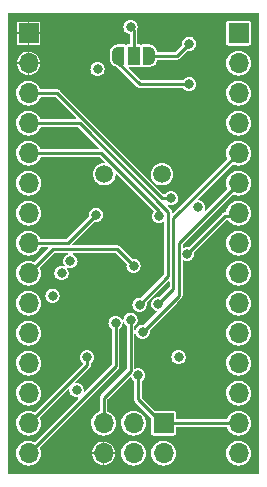
<source format=gbr>
%TF.GenerationSoftware,KiCad,Pcbnew,(6.0.10-0)*%
%TF.CreationDate,2024-10-12T01:55:58-04:00*%
%TF.ProjectId,bareduino,62617265-6475-4696-9e6f-2e6b69636164,rev?*%
%TF.SameCoordinates,Original*%
%TF.FileFunction,Copper,L4,Bot*%
%TF.FilePolarity,Positive*%
%FSLAX46Y46*%
G04 Gerber Fmt 4.6, Leading zero omitted, Abs format (unit mm)*
G04 Created by KiCad (PCBNEW (6.0.10-0)) date 2024-10-12 01:55:58*
%MOMM*%
%LPD*%
G01*
G04 APERTURE LIST*
G04 Aperture macros list*
%AMFreePoly0*
4,1,22,0.550000,-0.750000,0.000000,-0.750000,0.000000,-0.745033,-0.079941,-0.743568,-0.215256,-0.701293,-0.333266,-0.622738,-0.424486,-0.514219,-0.481581,-0.384460,-0.499164,-0.250000,-0.500000,-0.250000,-0.500000,0.250000,-0.499164,0.250000,-0.499963,0.256109,-0.478152,0.396186,-0.417904,0.524511,-0.324060,0.630769,-0.204165,0.706417,-0.067858,0.745374,0.000000,0.744959,0.000000,0.750000,
0.550000,0.750000,0.550000,-0.750000,0.550000,-0.750000,$1*%
%AMFreePoly1*
4,1,20,0.000000,0.744959,0.073905,0.744508,0.209726,0.703889,0.328688,0.626782,0.421226,0.519385,0.479903,0.390333,0.500000,0.250000,0.500000,-0.250000,0.499851,-0.262216,0.476331,-0.402017,0.414519,-0.529596,0.319384,-0.634700,0.198574,-0.708877,0.061801,-0.746166,0.000000,-0.745033,0.000000,-0.750000,-0.550000,-0.750000,-0.550000,0.750000,0.000000,0.750000,0.000000,0.744959,
0.000000,0.744959,$1*%
G04 Aperture macros list end*
%TA.AperFunction,ComponentPad*%
%ADD10R,1.700000X1.700000*%
%TD*%
%TA.AperFunction,ComponentPad*%
%ADD11O,1.700000X1.700000*%
%TD*%
%TA.AperFunction,ComponentPad*%
%ADD12C,1.500000*%
%TD*%
%TA.AperFunction,SMDPad,CuDef*%
%ADD13FreePoly0,180.000000*%
%TD*%
%TA.AperFunction,SMDPad,CuDef*%
%ADD14R,1.000000X1.500000*%
%TD*%
%TA.AperFunction,SMDPad,CuDef*%
%ADD15FreePoly1,180.000000*%
%TD*%
%TA.AperFunction,ViaPad*%
%ADD16C,0.800000*%
%TD*%
%TA.AperFunction,Conductor*%
%ADD17C,0.250000*%
%TD*%
G04 APERTURE END LIST*
D10*
%TO.P,J1,1,MISO*%
%TO.N,/MISO*%
X54610000Y-85090000D03*
D11*
%TO.P,J1,2,VCC*%
%TO.N,VCC*%
X54610000Y-87630000D03*
%TO.P,J1,3,SCK*%
%TO.N,/SCK*%
X52070000Y-85090000D03*
%TO.P,J1,4,MOSI*%
%TO.N,/MOSI*%
X52070000Y-87630000D03*
%TO.P,J1,5,~{RST}*%
%TO.N,/~{RESET}*%
X49530000Y-85090000D03*
%TO.P,J1,6,GND*%
%TO.N,GND*%
X49530000Y-87630000D03*
%TD*%
D12*
%TO.P,Y1,1,1*%
%TO.N,Net-(C6-Pad1)*%
X49593500Y-64008000D03*
%TO.P,Y1,2,2*%
%TO.N,Net-(C7-Pad1)*%
X54473500Y-64008000D03*
%TD*%
D10*
%TO.P,J3,1,Pin_1*%
%TO.N,+VDC*%
X60960000Y-52070000D03*
D11*
%TO.P,J3,2,Pin_2*%
%TO.N,VCC*%
X60960000Y-54610000D03*
%TO.P,J3,3,Pin_3*%
%TO.N,+5V*%
X60960000Y-57150000D03*
%TO.P,J3,4,Pin_4*%
%TO.N,+3V3*%
X60960000Y-59690000D03*
%TO.P,J3,5,Pin_5*%
%TO.N,/A7*%
X60960000Y-62230000D03*
%TO.P,J3,6,Pin_6*%
%TO.N,/A6*%
X60960000Y-64770000D03*
%TO.P,J3,7,Pin_7*%
%TO.N,/A5*%
X60960000Y-67310000D03*
%TO.P,J3,8,Pin_8*%
%TO.N,/A4*%
X60960000Y-69850000D03*
%TO.P,J3,9,Pin_9*%
%TO.N,/A3*%
X60960000Y-72390000D03*
%TO.P,J3,10,Pin_10*%
%TO.N,/A2*%
X60960000Y-74930000D03*
%TO.P,J3,11,Pin_11*%
%TO.N,/A1*%
X60960000Y-77470000D03*
%TO.P,J3,12,Pin_12*%
%TO.N,/A0*%
X60960000Y-80010000D03*
%TO.P,J3,13,Pin_13*%
%TO.N,/SCK*%
X60960000Y-82550000D03*
%TO.P,J3,14,Pin_14*%
%TO.N,/MISO*%
X60960000Y-85090000D03*
%TO.P,J3,15,Pin_15*%
%TO.N,/MOSI*%
X60960000Y-87630000D03*
%TD*%
D10*
%TO.P,J2,1,Pin_1*%
%TO.N,GND*%
X43180000Y-52070000D03*
D11*
%TO.P,J2,2,Pin_2*%
X43180000Y-54610000D03*
%TO.P,J2,3,Pin_3*%
%TO.N,/~{RESET}*%
X43180000Y-57150000D03*
%TO.P,J2,4,Pin_4*%
%TO.N,/AREF*%
X43180000Y-59690000D03*
%TO.P,J2,5,Pin_5*%
%TO.N,/RXD*%
X43180000Y-62230000D03*
%TO.P,J2,6,Pin_6*%
%TO.N,/TXD*%
X43180000Y-64770000D03*
%TO.P,J2,7,Pin_7*%
%TO.N,/P2*%
X43180000Y-67310000D03*
%TO.P,J2,8,Pin_8*%
%TO.N,/P3*%
X43180000Y-69850000D03*
%TO.P,J2,9,Pin_9*%
%TO.N,/P4*%
X43180000Y-72390000D03*
%TO.P,J2,10,Pin_10*%
%TO.N,/P5*%
X43180000Y-74930000D03*
%TO.P,J2,11,Pin_11*%
%TO.N,/P6*%
X43180000Y-77470000D03*
%TO.P,J2,12,Pin_12*%
%TO.N,/P7*%
X43180000Y-80010000D03*
%TO.P,J2,13,Pin_13*%
%TO.N,/P8*%
X43180000Y-82550000D03*
%TO.P,J2,14,Pin_14*%
%TO.N,/P9*%
X43180000Y-85090000D03*
%TO.P,J2,15,Pin_15*%
%TO.N,/P10*%
X43180000Y-87630000D03*
%TD*%
D13*
%TO.P,JP1,1,A*%
%TO.N,+5V*%
X53370000Y-53975000D03*
D14*
%TO.P,JP1,2,C*%
%TO.N,VCC*%
X52070000Y-53975000D03*
D15*
%TO.P,JP1,3,B*%
%TO.N,+3V3*%
X50770000Y-53975000D03*
%TD*%
D16*
%TO.N,GND*%
X59309000Y-76073000D03*
X47117000Y-86233000D03*
X57150000Y-78486000D03*
X57404000Y-84328000D03*
X51562000Y-83439000D03*
X50673000Y-72390000D03*
X44831000Y-68453000D03*
X47879000Y-63627000D03*
X49403000Y-52705000D03*
X51308000Y-59182000D03*
X58801000Y-60960000D03*
%TO.N,VCC*%
X57531000Y-66802000D03*
X47244000Y-82296000D03*
X45212000Y-74295000D03*
X55880000Y-79502000D03*
X49022000Y-55118000D03*
X51816000Y-51562000D03*
%TO.N,+3V3*%
X56769000Y-56388000D03*
%TO.N,/~{RESET}*%
X55245000Y-66040000D03*
X51816000Y-76327000D03*
%TO.N,/MISO*%
X52451000Y-81026000D03*
%TO.N,/A7*%
X54161200Y-74989200D03*
%TO.N,/A6*%
X52832000Y-77343000D03*
%TO.N,/A5*%
X56618503Y-70753898D03*
%TO.N,/P10*%
X50546000Y-76581000D03*
%TO.N,/P9*%
X48133000Y-79502000D03*
%TO.N,/P4*%
X52070000Y-71755000D03*
%TO.N,/P3*%
X48895000Y-67437000D03*
%TO.N,/RXD*%
X54229000Y-67564000D03*
%TO.N,/AREF*%
X52578000Y-75057000D03*
%TO.N,+5V*%
X56769000Y-52959000D03*
%TO.N,Net-(C6-Pad1)*%
X45974000Y-72390000D03*
%TO.N,Net-(C7-Pad1)*%
X46722700Y-71374000D03*
%TD*%
D17*
%TO.N,VCC*%
X52070000Y-51816000D02*
X51816000Y-51562000D01*
X52070000Y-53975000D02*
X52070000Y-51816000D01*
%TO.N,+3V3*%
X52583000Y-56388000D02*
X56769000Y-56388000D01*
X50770000Y-54575000D02*
X52583000Y-56388000D01*
%TO.N,/~{RESET}*%
X49530000Y-85090000D02*
X49530000Y-82921695D01*
X45593000Y-57150000D02*
X43180000Y-57150000D01*
X55245000Y-66040000D02*
X54483000Y-66040000D01*
X51816000Y-80635695D02*
X51816000Y-76327000D01*
X49530000Y-82921695D02*
X51816000Y-80635695D01*
X54483000Y-66040000D02*
X45593000Y-57150000D01*
%TO.N,/MISO*%
X54610000Y-85090000D02*
X60960000Y-85090000D01*
X52451000Y-81026000D02*
X52451000Y-83058000D01*
X54483000Y-85090000D02*
X54610000Y-85090000D01*
X52451000Y-83058000D02*
X54483000Y-85090000D01*
%TO.N,/A7*%
X55443503Y-67746497D02*
X55443503Y-73706897D01*
X55443503Y-67746497D02*
X60960000Y-62230000D01*
X55443503Y-73706897D02*
X54161200Y-74989200D01*
%TO.N,/A6*%
X55893503Y-74281497D02*
X55893503Y-69836497D01*
X55893503Y-69836497D02*
X60960000Y-64770000D01*
X55893503Y-74281497D02*
X52832000Y-77343000D01*
%TO.N,/A5*%
X59808401Y-67564000D02*
X60706000Y-67564000D01*
X56618503Y-70753898D02*
X59808401Y-67564000D01*
%TO.N,/P10*%
X50546000Y-80264000D02*
X50546000Y-76581000D01*
X43180000Y-87630000D02*
X50546000Y-80264000D01*
%TO.N,/P9*%
X48133000Y-80137000D02*
X48133000Y-79502000D01*
X43180000Y-85090000D02*
X48133000Y-80137000D01*
%TO.N,/P4*%
X50673000Y-70358000D02*
X52070000Y-71755000D01*
X43180000Y-72390000D02*
X45212000Y-70358000D01*
X45212000Y-70358000D02*
X50673000Y-70358000D01*
%TO.N,/P3*%
X46482000Y-69850000D02*
X48895000Y-67437000D01*
X43180000Y-69850000D02*
X46482000Y-69850000D01*
%TO.N,/RXD*%
X54229000Y-67123220D02*
X49335780Y-62230000D01*
X49335780Y-62230000D02*
X43180000Y-62230000D01*
X54229000Y-67564000D02*
X54229000Y-67123220D01*
%TO.N,/AREF*%
X54993503Y-67186899D02*
X54993503Y-72641497D01*
X47496604Y-59690000D02*
X54993503Y-67186899D01*
X54993503Y-72641497D02*
X52578000Y-75057000D01*
X43180000Y-59690000D02*
X47496604Y-59690000D01*
%TO.N,+5V*%
X55753000Y-53975000D02*
X56769000Y-52959000D01*
X53370000Y-53975000D02*
X55753000Y-53975000D01*
%TD*%
%TA.AperFunction,Conductor*%
%TO.N,GND*%
G36*
X62694194Y-50335806D02*
G01*
X62712500Y-50380000D01*
X62712500Y-89320000D01*
X62694194Y-89364194D01*
X62650000Y-89382500D01*
X41490000Y-89382500D01*
X41445806Y-89364194D01*
X41427500Y-89320000D01*
X41427500Y-87615262D01*
X42124520Y-87615262D01*
X42141759Y-87820553D01*
X42198544Y-88018586D01*
X42292712Y-88201818D01*
X42294603Y-88204204D01*
X42294605Y-88204207D01*
X42323598Y-88240787D01*
X42420677Y-88363270D01*
X42423007Y-88365253D01*
X42534657Y-88460274D01*
X42577564Y-88496791D01*
X42757398Y-88597297D01*
X42760302Y-88598241D01*
X42760303Y-88598241D01*
X42950416Y-88660013D01*
X42950421Y-88660014D01*
X42953329Y-88660959D01*
X42956370Y-88661322D01*
X42956372Y-88661322D01*
X43018442Y-88668723D01*
X43157894Y-88685351D01*
X43160936Y-88685117D01*
X43160939Y-88685117D01*
X43360249Y-88669781D01*
X43360251Y-88669781D01*
X43363300Y-88669546D01*
X43561725Y-88614145D01*
X43564448Y-88612770D01*
X43564452Y-88612768D01*
X43742890Y-88522632D01*
X43745610Y-88521258D01*
X43748008Y-88519385D01*
X43748012Y-88519382D01*
X43857088Y-88434162D01*
X43907951Y-88394424D01*
X43936910Y-88360875D01*
X43981194Y-88309570D01*
X44042564Y-88238472D01*
X44144323Y-88059344D01*
X44209351Y-87863863D01*
X44211053Y-87850395D01*
X44229567Y-87703836D01*
X48555720Y-87703836D01*
X48564145Y-87804178D01*
X48565243Y-87810157D01*
X48616371Y-87988462D01*
X48618608Y-87994112D01*
X48703401Y-88159101D01*
X48706686Y-88164198D01*
X48821907Y-88309570D01*
X48826135Y-88313948D01*
X48967386Y-88434162D01*
X48972382Y-88437634D01*
X49134301Y-88528128D01*
X49139872Y-88530562D01*
X49316276Y-88587880D01*
X49322233Y-88589189D01*
X49454156Y-88604920D01*
X49463315Y-88602345D01*
X49466500Y-88596671D01*
X49466500Y-88592613D01*
X49593500Y-88592613D01*
X49596599Y-88600093D01*
X49607144Y-88603994D01*
X49697424Y-88597047D01*
X49703422Y-88595989D01*
X49882073Y-88546109D01*
X49887744Y-88543910D01*
X50053316Y-88460274D01*
X50058438Y-88457024D01*
X50204611Y-88342819D01*
X50209015Y-88338626D01*
X50330214Y-88198214D01*
X50333725Y-88193237D01*
X50425340Y-88031966D01*
X50427817Y-88026402D01*
X50486367Y-87850395D01*
X50487713Y-87844471D01*
X50505227Y-87705834D01*
X50502716Y-87696656D01*
X50497183Y-87693500D01*
X49605931Y-87693500D01*
X49597141Y-87697141D01*
X49593500Y-87705931D01*
X49593500Y-88592613D01*
X49466500Y-88592613D01*
X49466500Y-87705931D01*
X49462859Y-87697141D01*
X49454069Y-87693500D01*
X48567283Y-87693500D01*
X48558493Y-87697141D01*
X48555720Y-87703836D01*
X44229567Y-87703836D01*
X44234951Y-87661216D01*
X44234951Y-87661215D01*
X44235171Y-87659474D01*
X44235583Y-87630000D01*
X44235414Y-87628280D01*
X44235414Y-87628271D01*
X44234138Y-87615262D01*
X51014520Y-87615262D01*
X51031759Y-87820553D01*
X51088544Y-88018586D01*
X51182712Y-88201818D01*
X51184603Y-88204204D01*
X51184605Y-88204207D01*
X51213598Y-88240787D01*
X51310677Y-88363270D01*
X51313007Y-88365253D01*
X51424657Y-88460274D01*
X51467564Y-88496791D01*
X51647398Y-88597297D01*
X51650302Y-88598241D01*
X51650303Y-88598241D01*
X51840416Y-88660013D01*
X51840421Y-88660014D01*
X51843329Y-88660959D01*
X51846370Y-88661322D01*
X51846372Y-88661322D01*
X51908442Y-88668723D01*
X52047894Y-88685351D01*
X52050936Y-88685117D01*
X52050939Y-88685117D01*
X52250249Y-88669781D01*
X52250251Y-88669781D01*
X52253300Y-88669546D01*
X52451725Y-88614145D01*
X52454448Y-88612770D01*
X52454452Y-88612768D01*
X52632890Y-88522632D01*
X52635610Y-88521258D01*
X52638008Y-88519385D01*
X52638012Y-88519382D01*
X52747088Y-88434162D01*
X52797951Y-88394424D01*
X52826910Y-88360875D01*
X52871194Y-88309570D01*
X52932564Y-88238472D01*
X53034323Y-88059344D01*
X53099351Y-87863863D01*
X53101053Y-87850395D01*
X53124951Y-87661216D01*
X53124951Y-87661215D01*
X53125171Y-87659474D01*
X53125583Y-87630000D01*
X53125414Y-87628280D01*
X53125414Y-87628271D01*
X53124138Y-87615262D01*
X53554520Y-87615262D01*
X53571759Y-87820553D01*
X53628544Y-88018586D01*
X53722712Y-88201818D01*
X53724603Y-88204204D01*
X53724605Y-88204207D01*
X53753598Y-88240787D01*
X53850677Y-88363270D01*
X53853007Y-88365253D01*
X53964657Y-88460274D01*
X54007564Y-88496791D01*
X54187398Y-88597297D01*
X54190302Y-88598241D01*
X54190303Y-88598241D01*
X54380416Y-88660013D01*
X54380421Y-88660014D01*
X54383329Y-88660959D01*
X54386370Y-88661322D01*
X54386372Y-88661322D01*
X54448442Y-88668723D01*
X54587894Y-88685351D01*
X54590936Y-88685117D01*
X54590939Y-88685117D01*
X54790249Y-88669781D01*
X54790251Y-88669781D01*
X54793300Y-88669546D01*
X54991725Y-88614145D01*
X54994448Y-88612770D01*
X54994452Y-88612768D01*
X55172890Y-88522632D01*
X55175610Y-88521258D01*
X55178008Y-88519385D01*
X55178012Y-88519382D01*
X55287088Y-88434162D01*
X55337951Y-88394424D01*
X55366910Y-88360875D01*
X55411194Y-88309570D01*
X55472564Y-88238472D01*
X55574323Y-88059344D01*
X55639351Y-87863863D01*
X55641053Y-87850395D01*
X55664951Y-87661216D01*
X55664951Y-87661215D01*
X55665171Y-87659474D01*
X55665583Y-87630000D01*
X55665414Y-87628280D01*
X55665414Y-87628271D01*
X55664138Y-87615262D01*
X59904520Y-87615262D01*
X59921759Y-87820553D01*
X59978544Y-88018586D01*
X60072712Y-88201818D01*
X60074603Y-88204204D01*
X60074605Y-88204207D01*
X60103598Y-88240787D01*
X60200677Y-88363270D01*
X60203007Y-88365253D01*
X60314657Y-88460274D01*
X60357564Y-88496791D01*
X60537398Y-88597297D01*
X60540302Y-88598241D01*
X60540303Y-88598241D01*
X60730416Y-88660013D01*
X60730421Y-88660014D01*
X60733329Y-88660959D01*
X60736370Y-88661322D01*
X60736372Y-88661322D01*
X60798442Y-88668723D01*
X60937894Y-88685351D01*
X60940936Y-88685117D01*
X60940939Y-88685117D01*
X61140249Y-88669781D01*
X61140251Y-88669781D01*
X61143300Y-88669546D01*
X61341725Y-88614145D01*
X61344448Y-88612770D01*
X61344452Y-88612768D01*
X61522890Y-88522632D01*
X61525610Y-88521258D01*
X61528008Y-88519385D01*
X61528012Y-88519382D01*
X61637088Y-88434162D01*
X61687951Y-88394424D01*
X61716910Y-88360875D01*
X61761194Y-88309570D01*
X61822564Y-88238472D01*
X61924323Y-88059344D01*
X61989351Y-87863863D01*
X61991053Y-87850395D01*
X62014951Y-87661216D01*
X62014951Y-87661215D01*
X62015171Y-87659474D01*
X62015583Y-87630000D01*
X62015414Y-87628280D01*
X62015414Y-87628271D01*
X61995778Y-87428010D01*
X61995480Y-87424970D01*
X61935935Y-87227749D01*
X61879197Y-87121039D01*
X61840653Y-87048547D01*
X61840651Y-87048544D01*
X61839218Y-87045849D01*
X61709011Y-86886200D01*
X61550275Y-86754882D01*
X61369055Y-86656897D01*
X61314143Y-86639899D01*
X61175169Y-86596879D01*
X61175166Y-86596878D01*
X61172254Y-86595977D01*
X61169221Y-86595658D01*
X61169220Y-86595658D01*
X61116660Y-86590134D01*
X60967369Y-86574443D01*
X60964336Y-86574719D01*
X60964332Y-86574719D01*
X60851436Y-86584993D01*
X60762203Y-86593114D01*
X60759270Y-86593977D01*
X60759266Y-86593978D01*
X60609005Y-86638203D01*
X60564572Y-86651280D01*
X60382002Y-86746726D01*
X60221447Y-86875815D01*
X60089024Y-87033630D01*
X60058354Y-87089419D01*
X60000545Y-87194574D01*
X59989776Y-87214162D01*
X59927484Y-87410532D01*
X59927143Y-87413570D01*
X59927143Y-87413571D01*
X59910350Y-87563289D01*
X59904520Y-87615262D01*
X55664138Y-87615262D01*
X55645778Y-87428010D01*
X55645480Y-87424970D01*
X55585935Y-87227749D01*
X55529197Y-87121039D01*
X55490653Y-87048547D01*
X55490651Y-87048544D01*
X55489218Y-87045849D01*
X55359011Y-86886200D01*
X55200275Y-86754882D01*
X55019055Y-86656897D01*
X54964143Y-86639899D01*
X54825169Y-86596879D01*
X54825166Y-86596878D01*
X54822254Y-86595977D01*
X54819221Y-86595658D01*
X54819220Y-86595658D01*
X54766660Y-86590134D01*
X54617369Y-86574443D01*
X54614336Y-86574719D01*
X54614332Y-86574719D01*
X54501436Y-86584993D01*
X54412203Y-86593114D01*
X54409270Y-86593977D01*
X54409266Y-86593978D01*
X54259005Y-86638203D01*
X54214572Y-86651280D01*
X54032002Y-86746726D01*
X53871447Y-86875815D01*
X53739024Y-87033630D01*
X53708354Y-87089419D01*
X53650545Y-87194574D01*
X53639776Y-87214162D01*
X53577484Y-87410532D01*
X53577143Y-87413570D01*
X53577143Y-87413571D01*
X53560350Y-87563289D01*
X53554520Y-87615262D01*
X53124138Y-87615262D01*
X53105778Y-87428010D01*
X53105480Y-87424970D01*
X53045935Y-87227749D01*
X52989197Y-87121039D01*
X52950653Y-87048547D01*
X52950651Y-87048544D01*
X52949218Y-87045849D01*
X52819011Y-86886200D01*
X52660275Y-86754882D01*
X52479055Y-86656897D01*
X52424143Y-86639899D01*
X52285169Y-86596879D01*
X52285166Y-86596878D01*
X52282254Y-86595977D01*
X52279221Y-86595658D01*
X52279220Y-86595658D01*
X52226660Y-86590134D01*
X52077369Y-86574443D01*
X52074336Y-86574719D01*
X52074332Y-86574719D01*
X51961436Y-86584993D01*
X51872203Y-86593114D01*
X51869270Y-86593977D01*
X51869266Y-86593978D01*
X51719005Y-86638203D01*
X51674572Y-86651280D01*
X51492002Y-86746726D01*
X51331447Y-86875815D01*
X51199024Y-87033630D01*
X51168354Y-87089419D01*
X51110545Y-87194574D01*
X51099776Y-87214162D01*
X51037484Y-87410532D01*
X51037143Y-87413570D01*
X51037143Y-87413571D01*
X51020350Y-87563289D01*
X51014520Y-87615262D01*
X44234138Y-87615262D01*
X44228146Y-87554145D01*
X48555340Y-87554145D01*
X48557979Y-87563289D01*
X48563796Y-87566500D01*
X49454069Y-87566500D01*
X49462859Y-87562859D01*
X49466500Y-87554069D01*
X49593500Y-87554069D01*
X49597141Y-87562859D01*
X49605931Y-87566500D01*
X50493070Y-87566500D01*
X50501860Y-87562859D01*
X50504515Y-87556448D01*
X50493328Y-87442356D01*
X50492147Y-87436391D01*
X50438534Y-87258815D01*
X50436218Y-87253196D01*
X50349136Y-87089419D01*
X50345770Y-87084354D01*
X50228537Y-86940611D01*
X50224248Y-86936292D01*
X50081332Y-86818061D01*
X50076283Y-86814656D01*
X49913129Y-86726439D01*
X49907511Y-86724077D01*
X49730319Y-86669227D01*
X49724370Y-86668006D01*
X49605862Y-86655550D01*
X49596741Y-86658252D01*
X49593500Y-86664222D01*
X49593500Y-87554069D01*
X49466500Y-87554069D01*
X49466500Y-86667131D01*
X49462859Y-86658341D01*
X49456308Y-86655628D01*
X49349088Y-86665385D01*
X49343109Y-86666525D01*
X49165167Y-86718897D01*
X49159535Y-86721173D01*
X48995146Y-86807112D01*
X48990065Y-86810438D01*
X48845504Y-86926668D01*
X48841156Y-86930926D01*
X48721933Y-87073011D01*
X48718489Y-87078041D01*
X48629133Y-87240577D01*
X48626735Y-87246174D01*
X48570650Y-87422974D01*
X48569386Y-87428919D01*
X48555340Y-87554145D01*
X44228146Y-87554145D01*
X44215778Y-87428010D01*
X44215480Y-87424970D01*
X44155935Y-87227749D01*
X44138296Y-87194574D01*
X44133712Y-87146958D01*
X44149287Y-87121039D01*
X50764180Y-80506146D01*
X50768200Y-80502462D01*
X50795005Y-80479970D01*
X50799194Y-80476455D01*
X50819425Y-80441414D01*
X50822350Y-80436822D01*
X50842419Y-80408161D01*
X50845554Y-80403684D01*
X50846970Y-80398401D01*
X50847190Y-80397581D01*
X50853430Y-80382516D01*
X50853853Y-80381783D01*
X50853853Y-80381782D01*
X50856588Y-80377045D01*
X50863613Y-80337209D01*
X50864791Y-80331891D01*
X50873849Y-80298085D01*
X50873849Y-80298084D01*
X50875263Y-80292807D01*
X50873853Y-80276684D01*
X50871738Y-80252514D01*
X50871500Y-80247067D01*
X50871500Y-77118971D01*
X50889806Y-77074777D01*
X50895948Y-77069389D01*
X50974282Y-77009282D01*
X51070536Y-76883841D01*
X51122030Y-76759524D01*
X51129476Y-76741548D01*
X51129476Y-76741547D01*
X51131044Y-76737762D01*
X51131746Y-76732434D01*
X51150070Y-76593244D01*
X51173987Y-76551817D01*
X51220193Y-76539437D01*
X51261620Y-76563354D01*
X51269777Y-76577484D01*
X51291464Y-76629841D01*
X51293955Y-76633087D01*
X51377180Y-76741548D01*
X51387718Y-76755282D01*
X51466048Y-76815387D01*
X51489965Y-76856813D01*
X51490500Y-76864971D01*
X51490500Y-80474980D01*
X51472194Y-80519174D01*
X49311820Y-82679549D01*
X49307800Y-82683233D01*
X49276806Y-82709240D01*
X49274073Y-82713974D01*
X49256580Y-82744274D01*
X49253650Y-82748873D01*
X49230446Y-82782011D01*
X49229032Y-82787288D01*
X49229031Y-82787290D01*
X49228812Y-82788109D01*
X49222568Y-82803182D01*
X49222147Y-82803911D01*
X49222145Y-82803916D01*
X49219412Y-82808650D01*
X49218463Y-82814033D01*
X49212388Y-82848488D01*
X49211207Y-82853812D01*
X49203910Y-82881044D01*
X49200736Y-82892888D01*
X49203386Y-82923174D01*
X49204262Y-82933189D01*
X49204500Y-82938636D01*
X49204500Y-84043943D01*
X49186194Y-84088137D01*
X49159647Y-84103900D01*
X49134572Y-84111280D01*
X48952002Y-84206726D01*
X48791447Y-84335815D01*
X48659024Y-84493630D01*
X48610971Y-84581039D01*
X48570545Y-84654574D01*
X48559776Y-84674162D01*
X48497484Y-84870532D01*
X48497143Y-84873570D01*
X48497143Y-84873571D01*
X48495524Y-84888010D01*
X48474520Y-85075262D01*
X48491759Y-85280553D01*
X48492601Y-85283489D01*
X48535704Y-85433806D01*
X48548544Y-85478586D01*
X48642712Y-85661818D01*
X48644603Y-85664204D01*
X48644605Y-85664207D01*
X48673598Y-85700787D01*
X48770677Y-85823270D01*
X48927564Y-85956791D01*
X49107398Y-86057297D01*
X49110302Y-86058241D01*
X49110303Y-86058241D01*
X49300416Y-86120013D01*
X49300421Y-86120014D01*
X49303329Y-86120959D01*
X49306370Y-86121322D01*
X49306372Y-86121322D01*
X49375344Y-86129546D01*
X49507894Y-86145351D01*
X49510936Y-86145117D01*
X49510939Y-86145117D01*
X49710249Y-86129781D01*
X49710251Y-86129781D01*
X49713300Y-86129546D01*
X49911725Y-86074145D01*
X49914448Y-86072770D01*
X49914452Y-86072768D01*
X50092890Y-85982632D01*
X50095610Y-85981258D01*
X50098008Y-85979385D01*
X50098012Y-85979382D01*
X50183014Y-85912971D01*
X50257951Y-85854424D01*
X50286910Y-85820875D01*
X50310980Y-85792989D01*
X50392564Y-85698472D01*
X50494323Y-85519344D01*
X50559351Y-85323863D01*
X50564452Y-85283489D01*
X50584951Y-85121216D01*
X50584951Y-85121215D01*
X50585171Y-85119474D01*
X50585583Y-85090000D01*
X50585414Y-85088280D01*
X50585414Y-85088271D01*
X50584138Y-85075262D01*
X51014520Y-85075262D01*
X51031759Y-85280553D01*
X51032601Y-85283489D01*
X51075704Y-85433806D01*
X51088544Y-85478586D01*
X51182712Y-85661818D01*
X51184603Y-85664204D01*
X51184605Y-85664207D01*
X51213598Y-85700787D01*
X51310677Y-85823270D01*
X51467564Y-85956791D01*
X51647398Y-86057297D01*
X51650302Y-86058241D01*
X51650303Y-86058241D01*
X51840416Y-86120013D01*
X51840421Y-86120014D01*
X51843329Y-86120959D01*
X51846370Y-86121322D01*
X51846372Y-86121322D01*
X51915344Y-86129546D01*
X52047894Y-86145351D01*
X52050936Y-86145117D01*
X52050939Y-86145117D01*
X52250249Y-86129781D01*
X52250251Y-86129781D01*
X52253300Y-86129546D01*
X52451725Y-86074145D01*
X52454448Y-86072770D01*
X52454452Y-86072768D01*
X52632890Y-85982632D01*
X52635610Y-85981258D01*
X52638008Y-85979385D01*
X52638012Y-85979382D01*
X52723014Y-85912971D01*
X52797951Y-85854424D01*
X52826910Y-85820875D01*
X52850980Y-85792989D01*
X52932564Y-85698472D01*
X53034323Y-85519344D01*
X53099351Y-85323863D01*
X53104452Y-85283489D01*
X53124951Y-85121216D01*
X53124951Y-85121215D01*
X53125171Y-85119474D01*
X53125583Y-85090000D01*
X53125414Y-85088280D01*
X53125414Y-85088271D01*
X53105778Y-84888010D01*
X53105480Y-84884970D01*
X53045935Y-84687749D01*
X52949218Y-84505849D01*
X52819011Y-84346200D01*
X52660275Y-84214882D01*
X52479055Y-84116897D01*
X52394423Y-84090699D01*
X52285169Y-84056879D01*
X52285166Y-84056878D01*
X52282254Y-84055977D01*
X52279221Y-84055658D01*
X52279220Y-84055658D01*
X52224739Y-84049932D01*
X52077369Y-84034443D01*
X52074336Y-84034719D01*
X52074332Y-84034719D01*
X51972978Y-84043943D01*
X51872203Y-84053114D01*
X51869270Y-84053977D01*
X51869266Y-84053978D01*
X51753205Y-84088137D01*
X51674572Y-84111280D01*
X51492002Y-84206726D01*
X51331447Y-84335815D01*
X51199024Y-84493630D01*
X51150971Y-84581039D01*
X51110545Y-84654574D01*
X51099776Y-84674162D01*
X51037484Y-84870532D01*
X51037143Y-84873570D01*
X51037143Y-84873571D01*
X51035524Y-84888010D01*
X51014520Y-85075262D01*
X50584138Y-85075262D01*
X50565778Y-84888010D01*
X50565480Y-84884970D01*
X50505935Y-84687749D01*
X50409218Y-84505849D01*
X50279011Y-84346200D01*
X50120275Y-84214882D01*
X49939055Y-84116897D01*
X49899518Y-84104658D01*
X49862714Y-84074102D01*
X49855500Y-84044953D01*
X49855500Y-83082409D01*
X49873806Y-83038215D01*
X51760959Y-81151063D01*
X51805153Y-81132757D01*
X51849347Y-81151063D01*
X51865456Y-81178964D01*
X51865956Y-81182762D01*
X51926464Y-81328841D01*
X52022718Y-81454282D01*
X52101048Y-81514387D01*
X52124965Y-81555813D01*
X52125500Y-81563971D01*
X52125500Y-83041059D01*
X52125262Y-83046506D01*
X52121736Y-83086807D01*
X52123151Y-83092087D01*
X52123151Y-83092089D01*
X52132207Y-83125883D01*
X52133387Y-83131204D01*
X52140412Y-83171045D01*
X52143145Y-83175779D01*
X52143147Y-83175784D01*
X52143568Y-83176513D01*
X52149812Y-83191586D01*
X52151446Y-83197684D01*
X52154580Y-83202159D01*
X52154580Y-83202160D01*
X52174650Y-83230822D01*
X52177575Y-83235414D01*
X52197806Y-83270455D01*
X52201995Y-83273970D01*
X52228802Y-83296464D01*
X52232822Y-83300148D01*
X53541194Y-84608520D01*
X53559500Y-84652714D01*
X53559500Y-85959748D01*
X53560099Y-85962758D01*
X53560099Y-85962761D01*
X53563779Y-85981258D01*
X53571133Y-86018231D01*
X53615448Y-86084552D01*
X53620562Y-86087969D01*
X53676653Y-86125449D01*
X53676655Y-86125450D01*
X53681769Y-86128867D01*
X53687803Y-86130067D01*
X53687805Y-86130068D01*
X53737239Y-86139901D01*
X53737242Y-86139901D01*
X53740252Y-86140500D01*
X55479748Y-86140500D01*
X55482758Y-86139901D01*
X55482761Y-86139901D01*
X55532195Y-86130068D01*
X55532197Y-86130067D01*
X55538231Y-86128867D01*
X55543345Y-86125450D01*
X55543347Y-86125449D01*
X55599438Y-86087969D01*
X55604552Y-86084552D01*
X55648867Y-86018231D01*
X55656222Y-85981258D01*
X55659901Y-85962761D01*
X55659901Y-85962758D01*
X55660500Y-85959748D01*
X55660500Y-85478000D01*
X55678806Y-85433806D01*
X55723000Y-85415500D01*
X59913357Y-85415500D01*
X59957551Y-85433806D01*
X59973436Y-85460773D01*
X59978544Y-85478586D01*
X60072712Y-85661818D01*
X60074603Y-85664204D01*
X60074605Y-85664207D01*
X60103598Y-85700787D01*
X60200677Y-85823270D01*
X60357564Y-85956791D01*
X60537398Y-86057297D01*
X60540302Y-86058241D01*
X60540303Y-86058241D01*
X60730416Y-86120013D01*
X60730421Y-86120014D01*
X60733329Y-86120959D01*
X60736370Y-86121322D01*
X60736372Y-86121322D01*
X60805344Y-86129546D01*
X60937894Y-86145351D01*
X60940936Y-86145117D01*
X60940939Y-86145117D01*
X61140249Y-86129781D01*
X61140251Y-86129781D01*
X61143300Y-86129546D01*
X61341725Y-86074145D01*
X61344448Y-86072770D01*
X61344452Y-86072768D01*
X61522890Y-85982632D01*
X61525610Y-85981258D01*
X61528008Y-85979385D01*
X61528012Y-85979382D01*
X61613014Y-85912971D01*
X61687951Y-85854424D01*
X61716910Y-85820875D01*
X61740980Y-85792989D01*
X61822564Y-85698472D01*
X61924323Y-85519344D01*
X61989351Y-85323863D01*
X61994452Y-85283489D01*
X62014951Y-85121216D01*
X62014951Y-85121215D01*
X62015171Y-85119474D01*
X62015583Y-85090000D01*
X62015414Y-85088280D01*
X62015414Y-85088271D01*
X61995778Y-84888010D01*
X61995480Y-84884970D01*
X61935935Y-84687749D01*
X61839218Y-84505849D01*
X61709011Y-84346200D01*
X61550275Y-84214882D01*
X61369055Y-84116897D01*
X61284423Y-84090699D01*
X61175169Y-84056879D01*
X61175166Y-84056878D01*
X61172254Y-84055977D01*
X61169221Y-84055658D01*
X61169220Y-84055658D01*
X61114739Y-84049932D01*
X60967369Y-84034443D01*
X60964336Y-84034719D01*
X60964332Y-84034719D01*
X60862978Y-84043943D01*
X60762203Y-84053114D01*
X60759270Y-84053977D01*
X60759266Y-84053978D01*
X60643205Y-84088137D01*
X60564572Y-84111280D01*
X60382002Y-84206726D01*
X60221447Y-84335815D01*
X60089024Y-84493630D01*
X60040971Y-84581039D01*
X60000545Y-84654574D01*
X59989776Y-84674162D01*
X59985466Y-84687749D01*
X59974950Y-84720899D01*
X59944138Y-84757489D01*
X59915376Y-84764500D01*
X55723000Y-84764500D01*
X55678806Y-84746194D01*
X55660500Y-84702000D01*
X55660500Y-84220252D01*
X55659432Y-84214882D01*
X55650068Y-84167805D01*
X55650067Y-84167803D01*
X55648867Y-84161769D01*
X55643207Y-84153297D01*
X55610706Y-84104658D01*
X55604552Y-84095448D01*
X55572606Y-84074102D01*
X55543347Y-84054551D01*
X55543345Y-84054550D01*
X55538231Y-84051133D01*
X55532197Y-84049933D01*
X55532195Y-84049932D01*
X55482761Y-84040099D01*
X55482758Y-84040099D01*
X55479748Y-84039500D01*
X53918714Y-84039500D01*
X53874520Y-84021194D01*
X52794806Y-82941480D01*
X52776500Y-82897286D01*
X52776500Y-82535262D01*
X59904520Y-82535262D01*
X59905758Y-82550000D01*
X59920602Y-82726772D01*
X59921759Y-82740553D01*
X59942829Y-82814033D01*
X59967809Y-82901147D01*
X59978544Y-82938586D01*
X60072712Y-83121818D01*
X60074603Y-83124204D01*
X60074605Y-83124207D01*
X60136390Y-83202160D01*
X60200677Y-83283270D01*
X60203007Y-83285253D01*
X60218239Y-83298216D01*
X60357564Y-83416791D01*
X60537398Y-83517297D01*
X60540302Y-83518241D01*
X60540303Y-83518241D01*
X60730416Y-83580013D01*
X60730421Y-83580014D01*
X60733329Y-83580959D01*
X60736370Y-83581322D01*
X60736372Y-83581322D01*
X60798442Y-83588723D01*
X60937894Y-83605351D01*
X60940936Y-83605117D01*
X60940939Y-83605117D01*
X61140249Y-83589781D01*
X61140251Y-83589781D01*
X61143300Y-83589546D01*
X61341725Y-83534145D01*
X61344448Y-83532770D01*
X61344452Y-83532768D01*
X61522890Y-83442632D01*
X61525610Y-83441258D01*
X61528008Y-83439385D01*
X61528012Y-83439382D01*
X61613014Y-83372971D01*
X61687951Y-83314424D01*
X61701942Y-83298216D01*
X61760114Y-83230822D01*
X61822564Y-83158472D01*
X61890880Y-83038215D01*
X61922811Y-82982006D01*
X61922812Y-82982004D01*
X61924323Y-82979344D01*
X61989351Y-82783863D01*
X61990151Y-82777535D01*
X62014951Y-82581216D01*
X62014951Y-82581215D01*
X62015171Y-82579474D01*
X62015583Y-82550000D01*
X62015414Y-82548280D01*
X62015414Y-82548271D01*
X61995778Y-82348010D01*
X61995480Y-82344970D01*
X61935935Y-82147749D01*
X61891033Y-82063301D01*
X61840653Y-81968547D01*
X61840651Y-81968544D01*
X61839218Y-81965849D01*
X61709011Y-81806200D01*
X61550275Y-81674882D01*
X61369055Y-81576897D01*
X61300944Y-81555813D01*
X61175169Y-81516879D01*
X61175166Y-81516878D01*
X61172254Y-81515977D01*
X61169221Y-81515658D01*
X61169220Y-81515658D01*
X61116660Y-81510134D01*
X60967369Y-81494443D01*
X60964336Y-81494719D01*
X60964332Y-81494719D01*
X60851436Y-81504993D01*
X60762203Y-81513114D01*
X60759270Y-81513977D01*
X60759266Y-81513978D01*
X60617124Y-81555813D01*
X60564572Y-81571280D01*
X60382002Y-81666726D01*
X60221447Y-81795815D01*
X60089024Y-81953630D01*
X59989776Y-82134162D01*
X59927484Y-82330532D01*
X59927143Y-82333570D01*
X59927143Y-82333571D01*
X59914230Y-82448699D01*
X59904520Y-82535262D01*
X52776500Y-82535262D01*
X52776500Y-81563971D01*
X52794806Y-81519777D01*
X52800948Y-81514389D01*
X52879282Y-81454282D01*
X52975536Y-81328841D01*
X53036044Y-81182762D01*
X53053691Y-81048723D01*
X53056147Y-81030064D01*
X53056682Y-81026000D01*
X53040440Y-80902632D01*
X53036579Y-80873301D01*
X53036579Y-80873300D01*
X53036044Y-80869238D01*
X52997550Y-80776304D01*
X52977103Y-80726942D01*
X52975536Y-80723159D01*
X52879282Y-80597718D01*
X52753841Y-80501464D01*
X52674083Y-80468427D01*
X52611548Y-80442524D01*
X52611547Y-80442524D01*
X52607762Y-80440956D01*
X52603700Y-80440421D01*
X52603699Y-80440421D01*
X52455064Y-80420853D01*
X52451000Y-80420318D01*
X52446936Y-80420853D01*
X52298301Y-80440421D01*
X52298300Y-80440421D01*
X52294238Y-80440956D01*
X52290453Y-80442524D01*
X52290452Y-80442524D01*
X52264960Y-80453084D01*
X52227917Y-80468427D01*
X52180083Y-80468428D01*
X52146258Y-80434603D01*
X52141500Y-80410685D01*
X52141500Y-79502000D01*
X55274318Y-79502000D01*
X55274853Y-79506064D01*
X55288626Y-79610677D01*
X55294956Y-79658762D01*
X55355464Y-79804841D01*
X55451718Y-79930282D01*
X55577159Y-80026536D01*
X55580942Y-80028103D01*
X55719452Y-80085476D01*
X55719453Y-80085476D01*
X55723238Y-80087044D01*
X55727300Y-80087579D01*
X55727301Y-80087579D01*
X55875936Y-80107147D01*
X55880000Y-80107682D01*
X55884064Y-80107147D01*
X56032699Y-80087579D01*
X56032700Y-80087579D01*
X56036762Y-80087044D01*
X56040547Y-80085476D01*
X56040548Y-80085476D01*
X56179058Y-80028103D01*
X56182841Y-80026536D01*
X56223598Y-79995262D01*
X59904520Y-79995262D01*
X59905686Y-80009149D01*
X59919285Y-80171089D01*
X59921759Y-80200553D01*
X59943589Y-80276684D01*
X59970823Y-80371658D01*
X59978544Y-80398586D01*
X60072712Y-80581818D01*
X60074603Y-80584204D01*
X60074605Y-80584207D01*
X60103598Y-80620787D01*
X60200677Y-80743270D01*
X60357564Y-80876791D01*
X60537398Y-80977297D01*
X60540302Y-80978241D01*
X60540303Y-80978241D01*
X60730416Y-81040013D01*
X60730421Y-81040014D01*
X60733329Y-81040959D01*
X60736370Y-81041322D01*
X60736372Y-81041322D01*
X60798442Y-81048723D01*
X60937894Y-81065351D01*
X60940936Y-81065117D01*
X60940939Y-81065117D01*
X61140249Y-81049781D01*
X61140251Y-81049781D01*
X61143300Y-81049546D01*
X61341725Y-80994145D01*
X61344448Y-80992770D01*
X61344452Y-80992768D01*
X61522890Y-80902632D01*
X61525610Y-80901258D01*
X61528008Y-80899385D01*
X61528012Y-80899382D01*
X61613014Y-80832971D01*
X61687951Y-80774424D01*
X61716910Y-80740875D01*
X61740980Y-80712989D01*
X61822564Y-80618472D01*
X61889034Y-80501464D01*
X61922811Y-80442006D01*
X61922812Y-80442004D01*
X61924323Y-80439344D01*
X61989351Y-80243863D01*
X61993942Y-80207525D01*
X62014951Y-80041216D01*
X62014951Y-80041215D01*
X62015171Y-80039474D01*
X62015583Y-80010000D01*
X62015414Y-80008280D01*
X62015414Y-80008271D01*
X61995778Y-79808010D01*
X61995480Y-79804970D01*
X61935935Y-79607749D01*
X61839218Y-79425849D01*
X61709011Y-79266200D01*
X61550275Y-79134882D01*
X61369055Y-79036897D01*
X61314143Y-79019899D01*
X61175169Y-78976879D01*
X61175166Y-78976878D01*
X61172254Y-78975977D01*
X61169221Y-78975658D01*
X61169220Y-78975658D01*
X61116660Y-78970134D01*
X60967369Y-78954443D01*
X60964336Y-78954719D01*
X60964332Y-78954719D01*
X60851436Y-78964993D01*
X60762203Y-78973114D01*
X60759270Y-78973977D01*
X60759266Y-78973978D01*
X60609005Y-79018203D01*
X60564572Y-79031280D01*
X60382002Y-79126726D01*
X60221447Y-79255815D01*
X60089024Y-79413630D01*
X59989776Y-79594162D01*
X59927484Y-79790532D01*
X59927143Y-79793570D01*
X59927143Y-79793571D01*
X59911809Y-79930282D01*
X59904520Y-79995262D01*
X56223598Y-79995262D01*
X56308282Y-79930282D01*
X56404536Y-79804841D01*
X56465044Y-79658762D01*
X56471375Y-79610677D01*
X56485147Y-79506064D01*
X56485682Y-79502000D01*
X56465044Y-79345238D01*
X56404536Y-79199159D01*
X56308282Y-79073718D01*
X56182841Y-78977464D01*
X56172339Y-78973114D01*
X56040548Y-78918524D01*
X56040547Y-78918524D01*
X56036762Y-78916956D01*
X56032700Y-78916421D01*
X56032699Y-78916421D01*
X55884064Y-78896853D01*
X55880000Y-78896318D01*
X55875936Y-78896853D01*
X55727301Y-78916421D01*
X55727300Y-78916421D01*
X55723238Y-78916956D01*
X55719453Y-78918524D01*
X55719452Y-78918524D01*
X55587661Y-78973114D01*
X55577159Y-78977464D01*
X55451718Y-79073718D01*
X55355464Y-79199159D01*
X55294956Y-79345238D01*
X55274318Y-79502000D01*
X52141500Y-79502000D01*
X52141500Y-77559377D01*
X52159806Y-77515183D01*
X52204000Y-77496877D01*
X52248194Y-77515183D01*
X52261742Y-77535459D01*
X52307464Y-77645841D01*
X52403718Y-77771282D01*
X52529159Y-77867536D01*
X52532942Y-77869103D01*
X52671452Y-77926476D01*
X52671453Y-77926476D01*
X52675238Y-77928044D01*
X52679300Y-77928579D01*
X52679301Y-77928579D01*
X52827936Y-77948147D01*
X52832000Y-77948682D01*
X52836064Y-77948147D01*
X52984699Y-77928579D01*
X52984700Y-77928579D01*
X52988762Y-77928044D01*
X52992547Y-77926476D01*
X52992548Y-77926476D01*
X53131058Y-77869103D01*
X53134841Y-77867536D01*
X53260282Y-77771282D01*
X53356536Y-77645841D01*
X53402258Y-77535459D01*
X53415476Y-77503548D01*
X53415476Y-77503547D01*
X53417044Y-77499762D01*
X53422903Y-77455262D01*
X59904520Y-77455262D01*
X59905758Y-77470000D01*
X59920524Y-77645841D01*
X59921759Y-77660553D01*
X59978544Y-77858586D01*
X60072712Y-78041818D01*
X60074603Y-78044204D01*
X60074605Y-78044207D01*
X60103598Y-78080787D01*
X60200677Y-78203270D01*
X60357564Y-78336791D01*
X60537398Y-78437297D01*
X60540302Y-78438241D01*
X60540303Y-78438241D01*
X60730416Y-78500013D01*
X60730421Y-78500014D01*
X60733329Y-78500959D01*
X60736370Y-78501322D01*
X60736372Y-78501322D01*
X60798442Y-78508723D01*
X60937894Y-78525351D01*
X60940936Y-78525117D01*
X60940939Y-78525117D01*
X61140249Y-78509781D01*
X61140251Y-78509781D01*
X61143300Y-78509546D01*
X61341725Y-78454145D01*
X61344448Y-78452770D01*
X61344452Y-78452768D01*
X61522890Y-78362632D01*
X61525610Y-78361258D01*
X61528008Y-78359385D01*
X61528012Y-78359382D01*
X61613014Y-78292971D01*
X61687951Y-78234424D01*
X61716910Y-78200875D01*
X61740980Y-78172989D01*
X61822564Y-78078472D01*
X61924323Y-77899344D01*
X61989351Y-77703863D01*
X61994452Y-77663489D01*
X62014951Y-77501216D01*
X62014951Y-77501215D01*
X62015171Y-77499474D01*
X62015208Y-77496877D01*
X62015559Y-77471739D01*
X62015559Y-77471733D01*
X62015583Y-77470000D01*
X62015414Y-77468280D01*
X62015414Y-77468271D01*
X61995778Y-77268010D01*
X61995480Y-77264970D01*
X61935935Y-77067749D01*
X61839218Y-76885849D01*
X61709011Y-76726200D01*
X61550275Y-76594882D01*
X61369055Y-76496897D01*
X61313497Y-76479699D01*
X61175169Y-76436879D01*
X61175166Y-76436878D01*
X61172254Y-76435977D01*
X61169221Y-76435658D01*
X61169220Y-76435658D01*
X61116660Y-76430134D01*
X60967369Y-76414443D01*
X60964336Y-76414719D01*
X60964332Y-76414719D01*
X60851436Y-76424993D01*
X60762203Y-76433114D01*
X60759270Y-76433977D01*
X60759266Y-76433978D01*
X60609005Y-76478203D01*
X60564572Y-76491280D01*
X60382002Y-76586726D01*
X60221447Y-76715815D01*
X60089024Y-76873630D01*
X60067805Y-76912228D01*
X59999259Y-77036913D01*
X59989776Y-77054162D01*
X59927484Y-77250532D01*
X59927143Y-77253570D01*
X59927143Y-77253571D01*
X59925524Y-77268010D01*
X59904520Y-77455262D01*
X53422903Y-77455262D01*
X53437682Y-77343000D01*
X53424795Y-77245112D01*
X53437175Y-77198906D01*
X53442566Y-77192760D01*
X55720064Y-74915262D01*
X59904520Y-74915262D01*
X59905636Y-74928554D01*
X59916764Y-75061064D01*
X59921759Y-75120553D01*
X59978544Y-75318586D01*
X60072712Y-75501818D01*
X60074603Y-75504204D01*
X60074605Y-75504207D01*
X60153421Y-75603648D01*
X60200677Y-75663270D01*
X60357564Y-75796791D01*
X60537398Y-75897297D01*
X60540302Y-75898241D01*
X60540303Y-75898241D01*
X60730416Y-75960013D01*
X60730421Y-75960014D01*
X60733329Y-75960959D01*
X60736370Y-75961322D01*
X60736372Y-75961322D01*
X60798442Y-75968723D01*
X60937894Y-75985351D01*
X60940936Y-75985117D01*
X60940939Y-75985117D01*
X61140249Y-75969781D01*
X61140251Y-75969781D01*
X61143300Y-75969546D01*
X61341725Y-75914145D01*
X61344448Y-75912770D01*
X61344452Y-75912768D01*
X61522890Y-75822632D01*
X61525610Y-75821258D01*
X61528008Y-75819385D01*
X61528012Y-75819382D01*
X61613014Y-75752971D01*
X61687951Y-75694424D01*
X61716910Y-75660875D01*
X61778030Y-75590065D01*
X61822564Y-75538472D01*
X61873443Y-75448908D01*
X61922811Y-75362006D01*
X61922812Y-75362004D01*
X61924323Y-75359344D01*
X61989351Y-75163863D01*
X61991613Y-75145962D01*
X62014951Y-74961216D01*
X62014951Y-74961215D01*
X62015171Y-74959474D01*
X62015583Y-74930000D01*
X62015414Y-74928280D01*
X62015414Y-74928271D01*
X61995778Y-74728010D01*
X61995480Y-74724970D01*
X61935935Y-74527749D01*
X61879272Y-74421181D01*
X61840653Y-74348547D01*
X61840651Y-74348544D01*
X61839218Y-74345849D01*
X61709011Y-74186200D01*
X61550275Y-74054882D01*
X61369055Y-73956897D01*
X61314143Y-73939899D01*
X61175169Y-73896879D01*
X61175166Y-73896878D01*
X61172254Y-73895977D01*
X61169221Y-73895658D01*
X61169220Y-73895658D01*
X61116660Y-73890134D01*
X60967369Y-73874443D01*
X60964336Y-73874719D01*
X60964332Y-73874719D01*
X60851436Y-73884993D01*
X60762203Y-73893114D01*
X60759270Y-73893977D01*
X60759266Y-73893978D01*
X60609005Y-73938203D01*
X60564572Y-73951280D01*
X60382002Y-74046726D01*
X60221447Y-74175815D01*
X60089024Y-74333630D01*
X60052302Y-74400428D01*
X60000887Y-74493952D01*
X59989776Y-74514162D01*
X59927484Y-74710532D01*
X59927143Y-74713570D01*
X59927143Y-74713571D01*
X59905474Y-74906760D01*
X59904520Y-74915262D01*
X55720064Y-74915262D01*
X56111683Y-74523643D01*
X56115703Y-74519959D01*
X56142508Y-74497467D01*
X56146697Y-74493952D01*
X56166928Y-74458911D01*
X56169853Y-74454319D01*
X56189923Y-74425657D01*
X56189923Y-74425656D01*
X56193057Y-74421181D01*
X56194691Y-74415083D01*
X56200935Y-74400010D01*
X56201356Y-74399281D01*
X56201358Y-74399276D01*
X56204091Y-74394542D01*
X56211116Y-74354701D01*
X56212296Y-74349380D01*
X56221352Y-74315586D01*
X56221352Y-74315584D01*
X56222767Y-74310304D01*
X56219241Y-74270003D01*
X56219003Y-74264556D01*
X56219003Y-72375262D01*
X59904520Y-72375262D01*
X59921759Y-72580553D01*
X59978544Y-72778586D01*
X60072712Y-72961818D01*
X60074603Y-72964204D01*
X60074605Y-72964207D01*
X60103598Y-73000787D01*
X60200677Y-73123270D01*
X60357564Y-73256791D01*
X60537398Y-73357297D01*
X60540302Y-73358241D01*
X60540303Y-73358241D01*
X60730416Y-73420013D01*
X60730421Y-73420014D01*
X60733329Y-73420959D01*
X60736370Y-73421322D01*
X60736372Y-73421322D01*
X60798442Y-73428723D01*
X60937894Y-73445351D01*
X60940936Y-73445117D01*
X60940939Y-73445117D01*
X61140249Y-73429781D01*
X61140251Y-73429781D01*
X61143300Y-73429546D01*
X61341725Y-73374145D01*
X61344448Y-73372770D01*
X61344452Y-73372768D01*
X61522890Y-73282632D01*
X61525610Y-73281258D01*
X61528008Y-73279385D01*
X61528012Y-73279382D01*
X61613014Y-73212971D01*
X61687951Y-73154424D01*
X61710578Y-73128211D01*
X61764525Y-73065711D01*
X61822564Y-72998472D01*
X61924323Y-72819344D01*
X61989351Y-72623863D01*
X61994452Y-72583489D01*
X62014951Y-72421216D01*
X62014951Y-72421215D01*
X62015171Y-72419474D01*
X62015527Y-72394064D01*
X62015559Y-72391739D01*
X62015559Y-72391733D01*
X62015583Y-72390000D01*
X62015414Y-72388280D01*
X62015414Y-72388271D01*
X61995778Y-72188010D01*
X61995480Y-72184970D01*
X61935935Y-71987749D01*
X61870916Y-71865464D01*
X61840653Y-71808547D01*
X61840651Y-71808544D01*
X61839218Y-71805849D01*
X61709011Y-71646200D01*
X61550275Y-71514882D01*
X61369055Y-71416897D01*
X61243606Y-71378064D01*
X61175169Y-71356879D01*
X61175166Y-71356878D01*
X61172254Y-71355977D01*
X61169221Y-71355658D01*
X61169220Y-71355658D01*
X61116660Y-71350134D01*
X60967369Y-71334443D01*
X60964336Y-71334719D01*
X60964332Y-71334719D01*
X60851436Y-71344993D01*
X60762203Y-71353114D01*
X60759270Y-71353977D01*
X60759266Y-71353978D01*
X60677430Y-71378064D01*
X60564572Y-71411280D01*
X60382002Y-71506726D01*
X60221447Y-71635815D01*
X60089024Y-71793630D01*
X60076554Y-71816313D01*
X59998949Y-71957477D01*
X59989776Y-71974162D01*
X59927484Y-72170532D01*
X59927143Y-72173570D01*
X59927143Y-72173571D01*
X59915082Y-72281103D01*
X59904520Y-72375262D01*
X56219003Y-72375262D01*
X56219003Y-71330264D01*
X56237309Y-71286070D01*
X56281503Y-71267764D01*
X56312623Y-71276102D01*
X56315662Y-71278434D01*
X56319445Y-71280001D01*
X56457955Y-71337374D01*
X56457956Y-71337374D01*
X56461741Y-71338942D01*
X56465803Y-71339477D01*
X56465804Y-71339477D01*
X56614439Y-71359045D01*
X56618503Y-71359580D01*
X56622567Y-71359045D01*
X56771202Y-71339477D01*
X56771203Y-71339477D01*
X56775265Y-71338942D01*
X56779050Y-71337374D01*
X56779051Y-71337374D01*
X56917561Y-71280001D01*
X56921344Y-71278434D01*
X57046785Y-71182180D01*
X57143039Y-71056739D01*
X57144606Y-71052956D01*
X57201979Y-70914446D01*
X57201979Y-70914445D01*
X57203547Y-70910660D01*
X57224185Y-70753898D01*
X57211298Y-70656010D01*
X57223678Y-70609804D01*
X57229069Y-70603658D01*
X57997465Y-69835262D01*
X59904520Y-69835262D01*
X59905758Y-69850000D01*
X59921083Y-70032500D01*
X59921759Y-70040553D01*
X59926421Y-70056812D01*
X59965704Y-70193806D01*
X59978544Y-70238586D01*
X60072712Y-70421818D01*
X60074603Y-70424204D01*
X60074605Y-70424207D01*
X60103598Y-70460787D01*
X60200677Y-70583270D01*
X60203007Y-70585253D01*
X60324037Y-70688257D01*
X60357564Y-70716791D01*
X60537398Y-70817297D01*
X60540302Y-70818241D01*
X60540303Y-70818241D01*
X60730416Y-70880013D01*
X60730421Y-70880014D01*
X60733329Y-70880959D01*
X60736370Y-70881322D01*
X60736372Y-70881322D01*
X60798442Y-70888723D01*
X60937894Y-70905351D01*
X60940936Y-70905117D01*
X60940939Y-70905117D01*
X61140249Y-70889781D01*
X61140251Y-70889781D01*
X61143300Y-70889546D01*
X61341725Y-70834145D01*
X61344448Y-70832770D01*
X61344452Y-70832768D01*
X61522890Y-70742632D01*
X61525610Y-70741258D01*
X61528008Y-70739385D01*
X61528012Y-70739382D01*
X61634723Y-70656010D01*
X61687951Y-70614424D01*
X61716910Y-70580875D01*
X61740980Y-70552989D01*
X61822564Y-70458472D01*
X61924323Y-70279344D01*
X61989351Y-70083863D01*
X61992769Y-70056812D01*
X62014951Y-69881216D01*
X62014951Y-69881215D01*
X62015171Y-69879474D01*
X62015583Y-69850000D01*
X62015414Y-69848280D01*
X62015414Y-69848271D01*
X61995778Y-69648010D01*
X61995480Y-69644970D01*
X61935935Y-69447749D01*
X61839218Y-69265849D01*
X61709011Y-69106200D01*
X61550275Y-68974882D01*
X61369055Y-68876897D01*
X61314143Y-68859899D01*
X61175169Y-68816879D01*
X61175166Y-68816878D01*
X61172254Y-68815977D01*
X61169221Y-68815658D01*
X61169220Y-68815658D01*
X61116660Y-68810134D01*
X60967369Y-68794443D01*
X60964336Y-68794719D01*
X60964332Y-68794719D01*
X60851436Y-68804993D01*
X60762203Y-68813114D01*
X60759270Y-68813977D01*
X60759266Y-68813978D01*
X60609005Y-68858203D01*
X60564572Y-68871280D01*
X60382002Y-68966726D01*
X60221447Y-69095815D01*
X60089024Y-69253630D01*
X59989776Y-69434162D01*
X59927484Y-69630532D01*
X59927143Y-69633570D01*
X59927143Y-69633571D01*
X59925524Y-69648010D01*
X59904520Y-69835262D01*
X57997465Y-69835262D01*
X59924921Y-67907806D01*
X59969115Y-67889500D01*
X60048587Y-67889500D01*
X60092781Y-67907806D01*
X60097567Y-67913177D01*
X60200677Y-68043270D01*
X60357564Y-68176791D01*
X60537398Y-68277297D01*
X60540302Y-68278241D01*
X60540303Y-68278241D01*
X60730416Y-68340013D01*
X60730421Y-68340014D01*
X60733329Y-68340959D01*
X60736370Y-68341322D01*
X60736372Y-68341322D01*
X60798442Y-68348723D01*
X60937894Y-68365351D01*
X60940936Y-68365117D01*
X60940939Y-68365117D01*
X61140249Y-68349781D01*
X61140251Y-68349781D01*
X61143300Y-68349546D01*
X61341725Y-68294145D01*
X61344448Y-68292770D01*
X61344452Y-68292768D01*
X61522890Y-68202632D01*
X61525610Y-68201258D01*
X61528008Y-68199385D01*
X61528012Y-68199382D01*
X61613014Y-68132971D01*
X61687951Y-68074424D01*
X61716910Y-68040875D01*
X61761654Y-67989037D01*
X61822564Y-67918472D01*
X61924323Y-67739344D01*
X61989351Y-67543863D01*
X61994452Y-67503489D01*
X62014951Y-67341216D01*
X62014951Y-67341215D01*
X62015171Y-67339474D01*
X62015412Y-67322283D01*
X62015559Y-67311739D01*
X62015559Y-67311733D01*
X62015583Y-67310000D01*
X62015414Y-67308280D01*
X62015414Y-67308271D01*
X61995778Y-67108010D01*
X61995480Y-67104970D01*
X61935935Y-66907749D01*
X61839218Y-66725849D01*
X61709011Y-66566200D01*
X61550275Y-66434882D01*
X61369055Y-66336897D01*
X61314143Y-66319899D01*
X61175169Y-66276879D01*
X61175166Y-66276878D01*
X61172254Y-66275977D01*
X61169221Y-66275658D01*
X61169220Y-66275658D01*
X61116660Y-66270134D01*
X60967369Y-66254443D01*
X60964336Y-66254719D01*
X60964332Y-66254719D01*
X60851436Y-66264993D01*
X60762203Y-66273114D01*
X60759270Y-66273977D01*
X60759266Y-66273978D01*
X60609005Y-66318203D01*
X60564572Y-66331280D01*
X60382002Y-66426726D01*
X60221447Y-66555815D01*
X60089024Y-66713630D01*
X60042677Y-66797936D01*
X60008767Y-66859618D01*
X59989776Y-66894162D01*
X59927484Y-67090532D01*
X59925515Y-67108087D01*
X59917116Y-67182967D01*
X59893998Y-67224845D01*
X59855005Y-67238500D01*
X59825342Y-67238500D01*
X59819895Y-67238262D01*
X59817852Y-67238083D01*
X59779594Y-67234736D01*
X59774314Y-67236151D01*
X59774312Y-67236151D01*
X59740518Y-67245207D01*
X59735197Y-67246387D01*
X59695356Y-67253412D01*
X59690622Y-67256145D01*
X59690617Y-67256147D01*
X59689888Y-67256568D01*
X59674815Y-67262812D01*
X59673996Y-67263031D01*
X59673994Y-67263032D01*
X59668717Y-67264446D01*
X59664242Y-67267580D01*
X59664241Y-67267580D01*
X59635579Y-67287650D01*
X59630987Y-67290575D01*
X59595946Y-67310806D01*
X59592431Y-67314995D01*
X59569937Y-67341802D01*
X59566253Y-67345822D01*
X56768743Y-70143332D01*
X56724549Y-70161638D01*
X56716391Y-70161103D01*
X56622567Y-70148751D01*
X56618503Y-70148216D01*
X56614439Y-70148751D01*
X56465804Y-70168319D01*
X56465803Y-70168319D01*
X56461741Y-70168854D01*
X56457956Y-70170422D01*
X56457955Y-70170422D01*
X56319445Y-70227795D01*
X56315662Y-70229362D01*
X56312650Y-70231673D01*
X56265324Y-70237902D01*
X56227375Y-70208779D01*
X56219003Y-70177532D01*
X56219003Y-69997211D01*
X56237309Y-69953017D01*
X60449853Y-65740473D01*
X60494047Y-65722167D01*
X60524539Y-65730110D01*
X60534726Y-65735804D01*
X60534729Y-65735805D01*
X60537398Y-65737297D01*
X60585013Y-65752768D01*
X60730416Y-65800013D01*
X60730421Y-65800014D01*
X60733329Y-65800959D01*
X60736370Y-65801322D01*
X60736372Y-65801322D01*
X60798442Y-65808723D01*
X60937894Y-65825351D01*
X60940936Y-65825117D01*
X60940939Y-65825117D01*
X61140249Y-65809781D01*
X61140251Y-65809781D01*
X61143300Y-65809546D01*
X61341725Y-65754145D01*
X61344448Y-65752770D01*
X61344452Y-65752768D01*
X61522890Y-65662632D01*
X61525610Y-65661258D01*
X61528008Y-65659385D01*
X61528012Y-65659382D01*
X61613014Y-65592971D01*
X61687951Y-65534424D01*
X61705670Y-65513897D01*
X61757007Y-65454421D01*
X61822564Y-65378472D01*
X61893686Y-65253275D01*
X61922811Y-65202006D01*
X61922812Y-65202004D01*
X61924323Y-65199344D01*
X61989351Y-65003863D01*
X61994452Y-64963489D01*
X62014951Y-64801216D01*
X62014951Y-64801215D01*
X62015171Y-64799474D01*
X62015300Y-64790297D01*
X62015559Y-64771739D01*
X62015559Y-64771733D01*
X62015583Y-64770000D01*
X62015414Y-64768280D01*
X62015414Y-64768271D01*
X61995778Y-64568010D01*
X61995480Y-64564970D01*
X61984253Y-64527783D01*
X61936819Y-64370677D01*
X61935935Y-64367749D01*
X61891033Y-64283301D01*
X61840653Y-64188547D01*
X61840651Y-64188544D01*
X61839218Y-64185849D01*
X61709011Y-64026200D01*
X61550275Y-63894882D01*
X61369055Y-63796897D01*
X61314143Y-63779899D01*
X61175169Y-63736879D01*
X61175166Y-63736878D01*
X61172254Y-63735977D01*
X61169221Y-63735658D01*
X61169220Y-63735658D01*
X61116660Y-63730134D01*
X60967369Y-63714443D01*
X60964336Y-63714719D01*
X60964332Y-63714719D01*
X60851436Y-63724993D01*
X60762203Y-63733114D01*
X60759270Y-63733977D01*
X60759266Y-63733978D01*
X60609005Y-63778203D01*
X60564572Y-63791280D01*
X60382002Y-63886726D01*
X60221447Y-64015815D01*
X60089024Y-64173630D01*
X59989776Y-64354162D01*
X59927484Y-64550532D01*
X59927143Y-64553570D01*
X59927143Y-64553571D01*
X59911017Y-64697343D01*
X59904520Y-64755262D01*
X59905758Y-64770000D01*
X59920102Y-64940819D01*
X59921759Y-64960553D01*
X59978544Y-65158586D01*
X59979938Y-65161298D01*
X59979939Y-65161301D01*
X60002706Y-65205601D01*
X60006625Y-65253275D01*
X59991311Y-65278363D01*
X58200430Y-67069244D01*
X58156236Y-67087550D01*
X58112042Y-67069244D01*
X58093736Y-67025050D01*
X58098493Y-67001133D01*
X58116044Y-66958762D01*
X58117634Y-66946689D01*
X58136147Y-66806064D01*
X58136682Y-66802000D01*
X58116044Y-66645238D01*
X58107680Y-66625044D01*
X58057103Y-66502942D01*
X58055536Y-66499159D01*
X57959282Y-66373718D01*
X57833841Y-66277464D01*
X57823339Y-66273114D01*
X57691548Y-66218524D01*
X57691547Y-66218524D01*
X57687762Y-66216956D01*
X57683700Y-66216421D01*
X57683699Y-66216421D01*
X57588618Y-66203903D01*
X57547191Y-66179985D01*
X57534811Y-66133780D01*
X57552582Y-66097744D01*
X60449853Y-63200473D01*
X60494047Y-63182167D01*
X60524539Y-63190110D01*
X60534726Y-63195804D01*
X60534729Y-63195805D01*
X60537398Y-63197297D01*
X60547173Y-63200473D01*
X60730416Y-63260013D01*
X60730421Y-63260014D01*
X60733329Y-63260959D01*
X60736370Y-63261322D01*
X60736372Y-63261322D01*
X60798442Y-63268723D01*
X60937894Y-63285351D01*
X60940936Y-63285117D01*
X60940939Y-63285117D01*
X61140249Y-63269781D01*
X61140251Y-63269781D01*
X61143300Y-63269546D01*
X61341725Y-63214145D01*
X61344448Y-63212770D01*
X61344452Y-63212768D01*
X61522890Y-63122632D01*
X61525610Y-63121258D01*
X61528008Y-63119385D01*
X61528012Y-63119382D01*
X61631184Y-63038775D01*
X61687951Y-62994424D01*
X61716910Y-62960875D01*
X61740980Y-62932989D01*
X61822564Y-62838472D01*
X61893686Y-62713275D01*
X61922811Y-62662006D01*
X61922812Y-62662004D01*
X61924323Y-62659344D01*
X61989351Y-62463863D01*
X61994452Y-62423489D01*
X62014951Y-62261216D01*
X62014951Y-62261215D01*
X62015171Y-62259474D01*
X62015583Y-62230000D01*
X62015414Y-62228280D01*
X62015414Y-62228271D01*
X61995778Y-62028010D01*
X61995480Y-62024970D01*
X61935935Y-61827749D01*
X61839218Y-61645849D01*
X61709011Y-61486200D01*
X61550275Y-61354882D01*
X61369055Y-61256897D01*
X61314143Y-61239899D01*
X61175169Y-61196879D01*
X61175166Y-61196878D01*
X61172254Y-61195977D01*
X61169221Y-61195658D01*
X61169220Y-61195658D01*
X61116660Y-61190134D01*
X60967369Y-61174443D01*
X60964336Y-61174719D01*
X60964332Y-61174719D01*
X60851436Y-61184993D01*
X60762203Y-61193114D01*
X60759270Y-61193977D01*
X60759266Y-61193978D01*
X60609005Y-61238203D01*
X60564572Y-61251280D01*
X60382002Y-61346726D01*
X60221447Y-61475815D01*
X60089024Y-61633630D01*
X60028446Y-61743822D01*
X59998768Y-61797806D01*
X59989776Y-61814162D01*
X59927484Y-62010532D01*
X59927143Y-62013570D01*
X59927143Y-62013571D01*
X59925524Y-62028010D01*
X59904520Y-62215262D01*
X59921759Y-62420553D01*
X59978544Y-62618586D01*
X59979938Y-62621298D01*
X59979939Y-62621301D01*
X60002706Y-62665601D01*
X60006625Y-62713275D01*
X59991311Y-62738363D01*
X55425697Y-67303977D01*
X55381503Y-67322283D01*
X55337309Y-67303977D01*
X55319003Y-67259783D01*
X55319003Y-67203832D01*
X55319241Y-67198385D01*
X55322290Y-67163537D01*
X55322290Y-67163535D01*
X55322766Y-67158092D01*
X55312293Y-67119005D01*
X55311115Y-67113687D01*
X55305041Y-67079241D01*
X55304091Y-67073854D01*
X55300933Y-67068383D01*
X55294693Y-67053318D01*
X55294473Y-67052495D01*
X55294470Y-67052490D01*
X55293057Y-67047215D01*
X55269847Y-67014067D01*
X55266924Y-67009478D01*
X55249431Y-66979180D01*
X55246697Y-66974444D01*
X55215708Y-66948441D01*
X55211688Y-66944757D01*
X54975374Y-66708443D01*
X54957068Y-66664249D01*
X54975374Y-66620055D01*
X55019568Y-66601749D01*
X55043486Y-66606507D01*
X55084452Y-66623476D01*
X55084453Y-66623476D01*
X55088238Y-66625044D01*
X55092300Y-66625579D01*
X55092301Y-66625579D01*
X55240936Y-66645147D01*
X55245000Y-66645682D01*
X55249064Y-66645147D01*
X55397699Y-66625579D01*
X55397700Y-66625579D01*
X55401762Y-66625044D01*
X55405547Y-66623476D01*
X55405548Y-66623476D01*
X55544058Y-66566103D01*
X55547841Y-66564536D01*
X55673282Y-66468282D01*
X55769536Y-66342841D01*
X55796616Y-66277464D01*
X55828476Y-66200548D01*
X55828476Y-66200547D01*
X55830044Y-66196762D01*
X55850682Y-66040000D01*
X55830044Y-65883238D01*
X55806067Y-65825351D01*
X55771103Y-65740942D01*
X55769536Y-65737159D01*
X55673282Y-65611718D01*
X55547841Y-65515464D01*
X55512620Y-65500875D01*
X55405548Y-65456524D01*
X55405547Y-65456524D01*
X55401762Y-65454956D01*
X55397700Y-65454421D01*
X55397699Y-65454421D01*
X55249064Y-65434853D01*
X55245000Y-65434318D01*
X55240936Y-65434853D01*
X55092301Y-65454421D01*
X55092300Y-65454421D01*
X55088238Y-65454956D01*
X55084453Y-65456524D01*
X55084452Y-65456524D01*
X54977380Y-65500875D01*
X54942159Y-65515464D01*
X54816718Y-65611718D01*
X54778705Y-65661258D01*
X54756614Y-65690048D01*
X54715187Y-65713965D01*
X54707029Y-65714500D01*
X54643714Y-65714500D01*
X54599520Y-65696194D01*
X52897991Y-63994665D01*
X53518494Y-63994665D01*
X53518750Y-63997712D01*
X53533748Y-64176314D01*
X53534092Y-64180414D01*
X53585471Y-64359595D01*
X53602933Y-64393572D01*
X53669276Y-64522662D01*
X53669279Y-64522666D01*
X53670676Y-64525385D01*
X53672573Y-64527779D01*
X53672576Y-64527783D01*
X53702050Y-64564970D01*
X53786459Y-64671468D01*
X53788789Y-64673451D01*
X53900203Y-64768271D01*
X53928412Y-64792279D01*
X54091127Y-64883217D01*
X54094031Y-64884161D01*
X54094032Y-64884161D01*
X54265494Y-64939873D01*
X54265499Y-64939874D01*
X54268407Y-64940819D01*
X54453498Y-64962890D01*
X54456540Y-64962656D01*
X54456543Y-64962656D01*
X54636300Y-64948824D01*
X54636302Y-64948824D01*
X54639351Y-64948589D01*
X54818887Y-64898462D01*
X54821610Y-64897087D01*
X54821614Y-64897085D01*
X54982548Y-64815791D01*
X54985268Y-64814417D01*
X54987666Y-64812544D01*
X54987670Y-64812541D01*
X55064876Y-64752220D01*
X55132155Y-64699656D01*
X55154775Y-64673451D01*
X55248412Y-64564970D01*
X55253954Y-64558550D01*
X55346026Y-64396474D01*
X55404864Y-64219601D01*
X55428227Y-64034668D01*
X55428599Y-64008000D01*
X55410409Y-63822487D01*
X55356533Y-63644040D01*
X55269022Y-63479456D01*
X55225216Y-63425745D01*
X55153143Y-63337374D01*
X55153138Y-63337369D01*
X55151210Y-63335005D01*
X55072369Y-63269781D01*
X55009941Y-63218136D01*
X55007585Y-63216187D01*
X55004901Y-63214736D01*
X55004897Y-63214733D01*
X54846303Y-63128982D01*
X54846304Y-63128982D01*
X54843616Y-63127529D01*
X54840701Y-63126627D01*
X54840697Y-63126625D01*
X54668468Y-63073312D01*
X54668463Y-63073311D01*
X54665549Y-63072409D01*
X54480168Y-63052924D01*
X54477135Y-63053200D01*
X54477131Y-63053200D01*
X54353418Y-63064459D01*
X54294532Y-63069818D01*
X54291603Y-63070680D01*
X54291598Y-63070681D01*
X54118642Y-63121586D01*
X54118640Y-63121587D01*
X54115714Y-63122448D01*
X54033119Y-63165627D01*
X53953227Y-63207393D01*
X53953224Y-63207395D01*
X53950523Y-63208807D01*
X53805252Y-63325608D01*
X53685435Y-63468401D01*
X53595635Y-63631746D01*
X53539272Y-63809424D01*
X53538931Y-63812462D01*
X53538931Y-63812463D01*
X53529850Y-63893427D01*
X53518494Y-63994665D01*
X52897991Y-63994665D01*
X48578588Y-59675262D01*
X59904520Y-59675262D01*
X59921759Y-59880553D01*
X59922601Y-59883489D01*
X59965704Y-60033806D01*
X59978544Y-60078586D01*
X60072712Y-60261818D01*
X60074603Y-60264204D01*
X60074605Y-60264207D01*
X60103598Y-60300787D01*
X60200677Y-60423270D01*
X60357564Y-60556791D01*
X60537398Y-60657297D01*
X60540302Y-60658241D01*
X60540303Y-60658241D01*
X60730416Y-60720013D01*
X60730421Y-60720014D01*
X60733329Y-60720959D01*
X60736370Y-60721322D01*
X60736372Y-60721322D01*
X60798442Y-60728723D01*
X60937894Y-60745351D01*
X60940936Y-60745117D01*
X60940939Y-60745117D01*
X61140249Y-60729781D01*
X61140251Y-60729781D01*
X61143300Y-60729546D01*
X61341725Y-60674145D01*
X61344448Y-60672770D01*
X61344452Y-60672768D01*
X61522890Y-60582632D01*
X61525610Y-60581258D01*
X61528008Y-60579385D01*
X61528012Y-60579382D01*
X61613014Y-60512971D01*
X61687951Y-60454424D01*
X61716910Y-60420875D01*
X61740980Y-60392989D01*
X61822564Y-60298472D01*
X61924323Y-60119344D01*
X61989351Y-59923863D01*
X61994452Y-59883489D01*
X62014951Y-59721216D01*
X62014951Y-59721215D01*
X62015171Y-59719474D01*
X62015583Y-59690000D01*
X62015414Y-59688280D01*
X62015414Y-59688271D01*
X61995778Y-59488010D01*
X61995480Y-59484970D01*
X61935935Y-59287749D01*
X61839218Y-59105849D01*
X61709011Y-58946200D01*
X61550275Y-58814882D01*
X61369055Y-58716897D01*
X61314143Y-58699899D01*
X61175169Y-58656879D01*
X61175166Y-58656878D01*
X61172254Y-58655977D01*
X61169221Y-58655658D01*
X61169220Y-58655658D01*
X61116660Y-58650134D01*
X60967369Y-58634443D01*
X60964336Y-58634719D01*
X60964332Y-58634719D01*
X60851436Y-58644993D01*
X60762203Y-58653114D01*
X60759270Y-58653977D01*
X60759266Y-58653978D01*
X60609005Y-58698203D01*
X60564572Y-58711280D01*
X60382002Y-58806726D01*
X60221447Y-58935815D01*
X60089024Y-59093630D01*
X60028446Y-59203822D01*
X59998768Y-59257806D01*
X59989776Y-59274162D01*
X59927484Y-59470532D01*
X59927143Y-59473570D01*
X59927143Y-59473571D01*
X59925524Y-59488010D01*
X59904520Y-59675262D01*
X48578588Y-59675262D01*
X46038588Y-57135262D01*
X59904520Y-57135262D01*
X59921759Y-57340553D01*
X59922601Y-57343489D01*
X59965704Y-57493806D01*
X59978544Y-57538586D01*
X60072712Y-57721818D01*
X60074603Y-57724204D01*
X60074605Y-57724207D01*
X60103598Y-57760787D01*
X60200677Y-57883270D01*
X60357564Y-58016791D01*
X60537398Y-58117297D01*
X60540302Y-58118241D01*
X60540303Y-58118241D01*
X60730416Y-58180013D01*
X60730421Y-58180014D01*
X60733329Y-58180959D01*
X60736370Y-58181322D01*
X60736372Y-58181322D01*
X60798442Y-58188723D01*
X60937894Y-58205351D01*
X60940936Y-58205117D01*
X60940939Y-58205117D01*
X61140249Y-58189781D01*
X61140251Y-58189781D01*
X61143300Y-58189546D01*
X61341725Y-58134145D01*
X61344448Y-58132770D01*
X61344452Y-58132768D01*
X61522890Y-58042632D01*
X61525610Y-58041258D01*
X61528008Y-58039385D01*
X61528012Y-58039382D01*
X61613014Y-57972971D01*
X61687951Y-57914424D01*
X61716910Y-57880875D01*
X61740980Y-57852989D01*
X61822564Y-57758472D01*
X61924323Y-57579344D01*
X61989351Y-57383863D01*
X61994452Y-57343489D01*
X62014951Y-57181216D01*
X62014951Y-57181215D01*
X62015171Y-57179474D01*
X62015583Y-57150000D01*
X62015414Y-57148280D01*
X62015414Y-57148271D01*
X61995778Y-56948010D01*
X61995480Y-56944970D01*
X61935935Y-56747749D01*
X61879279Y-56641194D01*
X61840653Y-56568547D01*
X61840651Y-56568544D01*
X61839218Y-56565849D01*
X61709011Y-56406200D01*
X61550275Y-56274882D01*
X61369055Y-56176897D01*
X61314143Y-56159899D01*
X61175169Y-56116879D01*
X61175166Y-56116878D01*
X61172254Y-56115977D01*
X61169221Y-56115658D01*
X61169220Y-56115658D01*
X61116660Y-56110134D01*
X60967369Y-56094443D01*
X60964336Y-56094719D01*
X60964332Y-56094719D01*
X60851436Y-56104993D01*
X60762203Y-56113114D01*
X60759270Y-56113977D01*
X60759266Y-56113978D01*
X60609005Y-56158203D01*
X60564572Y-56171280D01*
X60382002Y-56266726D01*
X60221447Y-56395815D01*
X60089024Y-56553630D01*
X60029766Y-56661421D01*
X59999844Y-56715849D01*
X59989776Y-56734162D01*
X59927484Y-56930532D01*
X59927143Y-56933570D01*
X59927143Y-56933571D01*
X59920401Y-56993682D01*
X59904520Y-57135262D01*
X46038588Y-57135262D01*
X45835146Y-56931820D01*
X45831462Y-56927800D01*
X45808970Y-56900995D01*
X45805455Y-56896806D01*
X45770414Y-56876575D01*
X45765822Y-56873650D01*
X45737160Y-56853580D01*
X45737159Y-56853580D01*
X45732684Y-56850446D01*
X45727407Y-56849032D01*
X45727405Y-56849031D01*
X45726586Y-56848812D01*
X45711513Y-56842568D01*
X45710784Y-56842147D01*
X45710779Y-56842145D01*
X45706045Y-56839412D01*
X45666204Y-56832387D01*
X45660883Y-56831207D01*
X45627089Y-56822151D01*
X45627087Y-56822151D01*
X45621807Y-56820736D01*
X45583549Y-56824083D01*
X45581506Y-56824262D01*
X45576059Y-56824500D01*
X44225524Y-56824500D01*
X44181330Y-56806194D01*
X44165692Y-56780065D01*
X44156819Y-56750677D01*
X44155935Y-56747749D01*
X44099279Y-56641194D01*
X44060653Y-56568547D01*
X44060651Y-56568544D01*
X44059218Y-56565849D01*
X43929011Y-56406200D01*
X43770275Y-56274882D01*
X43589055Y-56176897D01*
X43534143Y-56159899D01*
X43395169Y-56116879D01*
X43395166Y-56116878D01*
X43392254Y-56115977D01*
X43389221Y-56115658D01*
X43389220Y-56115658D01*
X43336660Y-56110134D01*
X43187369Y-56094443D01*
X43184336Y-56094719D01*
X43184332Y-56094719D01*
X43071436Y-56104993D01*
X42982203Y-56113114D01*
X42979270Y-56113977D01*
X42979266Y-56113978D01*
X42829005Y-56158203D01*
X42784572Y-56171280D01*
X42602002Y-56266726D01*
X42441447Y-56395815D01*
X42309024Y-56553630D01*
X42249766Y-56661421D01*
X42219844Y-56715849D01*
X42209776Y-56734162D01*
X42147484Y-56930532D01*
X42147143Y-56933570D01*
X42147143Y-56933571D01*
X42140401Y-56993682D01*
X42124520Y-57135262D01*
X42141759Y-57340553D01*
X42142601Y-57343489D01*
X42185704Y-57493806D01*
X42198544Y-57538586D01*
X42292712Y-57721818D01*
X42294603Y-57724204D01*
X42294605Y-57724207D01*
X42323598Y-57760787D01*
X42420677Y-57883270D01*
X42577564Y-58016791D01*
X42757398Y-58117297D01*
X42760302Y-58118241D01*
X42760303Y-58118241D01*
X42950416Y-58180013D01*
X42950421Y-58180014D01*
X42953329Y-58180959D01*
X42956370Y-58181322D01*
X42956372Y-58181322D01*
X43018442Y-58188723D01*
X43157894Y-58205351D01*
X43160936Y-58205117D01*
X43160939Y-58205117D01*
X43360249Y-58189781D01*
X43360251Y-58189781D01*
X43363300Y-58189546D01*
X43561725Y-58134145D01*
X43564448Y-58132770D01*
X43564452Y-58132768D01*
X43742890Y-58042632D01*
X43745610Y-58041258D01*
X43748008Y-58039385D01*
X43748012Y-58039382D01*
X43833014Y-57972971D01*
X43907951Y-57914424D01*
X43936910Y-57880875D01*
X43960980Y-57852989D01*
X44042564Y-57758472D01*
X44144323Y-57579344D01*
X44164639Y-57518272D01*
X44195959Y-57482115D01*
X44223944Y-57475500D01*
X45432286Y-57475500D01*
X45476480Y-57493806D01*
X47240480Y-59257806D01*
X47258786Y-59302000D01*
X47240480Y-59346194D01*
X47196286Y-59364500D01*
X44225524Y-59364500D01*
X44181330Y-59346194D01*
X44165692Y-59320065D01*
X44156819Y-59290677D01*
X44155935Y-59287749D01*
X44059218Y-59105849D01*
X43929011Y-58946200D01*
X43770275Y-58814882D01*
X43589055Y-58716897D01*
X43534143Y-58699899D01*
X43395169Y-58656879D01*
X43395166Y-58656878D01*
X43392254Y-58655977D01*
X43389221Y-58655658D01*
X43389220Y-58655658D01*
X43336660Y-58650134D01*
X43187369Y-58634443D01*
X43184336Y-58634719D01*
X43184332Y-58634719D01*
X43071436Y-58644993D01*
X42982203Y-58653114D01*
X42979270Y-58653977D01*
X42979266Y-58653978D01*
X42829005Y-58698203D01*
X42784572Y-58711280D01*
X42602002Y-58806726D01*
X42441447Y-58935815D01*
X42309024Y-59093630D01*
X42248446Y-59203822D01*
X42218768Y-59257806D01*
X42209776Y-59274162D01*
X42147484Y-59470532D01*
X42147143Y-59473570D01*
X42147143Y-59473571D01*
X42145524Y-59488010D01*
X42124520Y-59675262D01*
X42141759Y-59880553D01*
X42142601Y-59883489D01*
X42185704Y-60033806D01*
X42198544Y-60078586D01*
X42292712Y-60261818D01*
X42294603Y-60264204D01*
X42294605Y-60264207D01*
X42323598Y-60300787D01*
X42420677Y-60423270D01*
X42577564Y-60556791D01*
X42757398Y-60657297D01*
X42760302Y-60658241D01*
X42760303Y-60658241D01*
X42950416Y-60720013D01*
X42950421Y-60720014D01*
X42953329Y-60720959D01*
X42956370Y-60721322D01*
X42956372Y-60721322D01*
X43018442Y-60728723D01*
X43157894Y-60745351D01*
X43160936Y-60745117D01*
X43160939Y-60745117D01*
X43360249Y-60729781D01*
X43360251Y-60729781D01*
X43363300Y-60729546D01*
X43561725Y-60674145D01*
X43564448Y-60672770D01*
X43564452Y-60672768D01*
X43742890Y-60582632D01*
X43745610Y-60581258D01*
X43748008Y-60579385D01*
X43748012Y-60579382D01*
X43833014Y-60512971D01*
X43907951Y-60454424D01*
X43936910Y-60420875D01*
X43960980Y-60392989D01*
X44042564Y-60298472D01*
X44144323Y-60119344D01*
X44164639Y-60058272D01*
X44195959Y-60022115D01*
X44223944Y-60015500D01*
X47335890Y-60015500D01*
X47380084Y-60033806D01*
X49144084Y-61797806D01*
X49162390Y-61842000D01*
X49144084Y-61886194D01*
X49099890Y-61904500D01*
X44225524Y-61904500D01*
X44181330Y-61886194D01*
X44165692Y-61860065D01*
X44156819Y-61830677D01*
X44155935Y-61827749D01*
X44059218Y-61645849D01*
X43929011Y-61486200D01*
X43770275Y-61354882D01*
X43589055Y-61256897D01*
X43534143Y-61239899D01*
X43395169Y-61196879D01*
X43395166Y-61196878D01*
X43392254Y-61195977D01*
X43389221Y-61195658D01*
X43389220Y-61195658D01*
X43336660Y-61190134D01*
X43187369Y-61174443D01*
X43184336Y-61174719D01*
X43184332Y-61174719D01*
X43071436Y-61184993D01*
X42982203Y-61193114D01*
X42979270Y-61193977D01*
X42979266Y-61193978D01*
X42829005Y-61238203D01*
X42784572Y-61251280D01*
X42602002Y-61346726D01*
X42441447Y-61475815D01*
X42309024Y-61633630D01*
X42248446Y-61743822D01*
X42218768Y-61797806D01*
X42209776Y-61814162D01*
X42147484Y-62010532D01*
X42147143Y-62013570D01*
X42147143Y-62013571D01*
X42145524Y-62028010D01*
X42124520Y-62215262D01*
X42141759Y-62420553D01*
X42142601Y-62423489D01*
X42185704Y-62573806D01*
X42198544Y-62618586D01*
X42292712Y-62801818D01*
X42294603Y-62804204D01*
X42294605Y-62804207D01*
X42323598Y-62840787D01*
X42420677Y-62963270D01*
X42577564Y-63096791D01*
X42757398Y-63197297D01*
X42760302Y-63198241D01*
X42760303Y-63198241D01*
X42950416Y-63260013D01*
X42950421Y-63260014D01*
X42953329Y-63260959D01*
X42956370Y-63261322D01*
X42956372Y-63261322D01*
X43018442Y-63268723D01*
X43157894Y-63285351D01*
X43160936Y-63285117D01*
X43160939Y-63285117D01*
X43360249Y-63269781D01*
X43360251Y-63269781D01*
X43363300Y-63269546D01*
X43561725Y-63214145D01*
X43564448Y-63212770D01*
X43564452Y-63212768D01*
X43742890Y-63122632D01*
X43745610Y-63121258D01*
X43748008Y-63119385D01*
X43748012Y-63119382D01*
X43851184Y-63038775D01*
X43907951Y-62994424D01*
X43936910Y-62960875D01*
X43960980Y-62932989D01*
X44042564Y-62838472D01*
X44113686Y-62713275D01*
X44142811Y-62662006D01*
X44142812Y-62662004D01*
X44144323Y-62659344D01*
X44164639Y-62598272D01*
X44195959Y-62562115D01*
X44223944Y-62555500D01*
X49175066Y-62555500D01*
X49219260Y-62573806D01*
X49595841Y-62950387D01*
X49614147Y-62994581D01*
X49595841Y-63038775D01*
X49557312Y-63056824D01*
X49473418Y-63064459D01*
X49414532Y-63069818D01*
X49411603Y-63070680D01*
X49411598Y-63070681D01*
X49238642Y-63121586D01*
X49238640Y-63121587D01*
X49235714Y-63122448D01*
X49153119Y-63165627D01*
X49073227Y-63207393D01*
X49073224Y-63207395D01*
X49070523Y-63208807D01*
X48925252Y-63325608D01*
X48805435Y-63468401D01*
X48715635Y-63631746D01*
X48659272Y-63809424D01*
X48658931Y-63812462D01*
X48658931Y-63812463D01*
X48649850Y-63893427D01*
X48638494Y-63994665D01*
X48638750Y-63997712D01*
X48653748Y-64176314D01*
X48654092Y-64180414D01*
X48705471Y-64359595D01*
X48722933Y-64393572D01*
X48789276Y-64522662D01*
X48789279Y-64522666D01*
X48790676Y-64525385D01*
X48792573Y-64527779D01*
X48792576Y-64527783D01*
X48822050Y-64564970D01*
X48906459Y-64671468D01*
X48908789Y-64673451D01*
X49020203Y-64768271D01*
X49048412Y-64792279D01*
X49211127Y-64883217D01*
X49214031Y-64884161D01*
X49214032Y-64884161D01*
X49385494Y-64939873D01*
X49385499Y-64939874D01*
X49388407Y-64940819D01*
X49573498Y-64962890D01*
X49576540Y-64962656D01*
X49576543Y-64962656D01*
X49756300Y-64948824D01*
X49756302Y-64948824D01*
X49759351Y-64948589D01*
X49938887Y-64898462D01*
X49941610Y-64897087D01*
X49941614Y-64897085D01*
X50102548Y-64815791D01*
X50105268Y-64814417D01*
X50107666Y-64812544D01*
X50107670Y-64812541D01*
X50184876Y-64752220D01*
X50252155Y-64699656D01*
X50274775Y-64673451D01*
X50368412Y-64564970D01*
X50373954Y-64558550D01*
X50466026Y-64396474D01*
X50524864Y-64219601D01*
X50547031Y-64044138D01*
X50570732Y-64002587D01*
X50616872Y-63989965D01*
X50653232Y-64007778D01*
X53753474Y-67108020D01*
X53771780Y-67152214D01*
X53758865Y-67190262D01*
X53732329Y-67224845D01*
X53704464Y-67261159D01*
X53702897Y-67264942D01*
X53652321Y-67387044D01*
X53643956Y-67407238D01*
X53643421Y-67411300D01*
X53643421Y-67411301D01*
X53631671Y-67500553D01*
X53623318Y-67564000D01*
X53643956Y-67720762D01*
X53645524Y-67724547D01*
X53645524Y-67724548D01*
X53653203Y-67743087D01*
X53704464Y-67866841D01*
X53800718Y-67992282D01*
X53926159Y-68088536D01*
X53929942Y-68090103D01*
X54068452Y-68147476D01*
X54068453Y-68147476D01*
X54072238Y-68149044D01*
X54076300Y-68149579D01*
X54076301Y-68149579D01*
X54224936Y-68169147D01*
X54229000Y-68169682D01*
X54233064Y-68169147D01*
X54381699Y-68149579D01*
X54381700Y-68149579D01*
X54385762Y-68149044D01*
X54389547Y-68147476D01*
X54389548Y-68147476D01*
X54528058Y-68090103D01*
X54531841Y-68088536D01*
X54535089Y-68086044D01*
X54535092Y-68086042D01*
X54567455Y-68061209D01*
X54613660Y-68048828D01*
X54655087Y-68072745D01*
X54668003Y-68110793D01*
X54668003Y-72480783D01*
X54649697Y-72524977D01*
X52728240Y-74446434D01*
X52684046Y-74464740D01*
X52675888Y-74464205D01*
X52582064Y-74451853D01*
X52578000Y-74451318D01*
X52573936Y-74451853D01*
X52425301Y-74471421D01*
X52425300Y-74471421D01*
X52421238Y-74471956D01*
X52417453Y-74473524D01*
X52417452Y-74473524D01*
X52305349Y-74519959D01*
X52275159Y-74532464D01*
X52149718Y-74628718D01*
X52053464Y-74754159D01*
X52051897Y-74757942D01*
X52001321Y-74880044D01*
X51992956Y-74900238D01*
X51992421Y-74904300D01*
X51992421Y-74904301D01*
X51991288Y-74912906D01*
X51972318Y-75057000D01*
X51992956Y-75213762D01*
X52053464Y-75359841D01*
X52149718Y-75485282D01*
X52275159Y-75581536D01*
X52278942Y-75583103D01*
X52417452Y-75640476D01*
X52417453Y-75640476D01*
X52421238Y-75642044D01*
X52425300Y-75642579D01*
X52425301Y-75642579D01*
X52573936Y-75662147D01*
X52578000Y-75662682D01*
X52582064Y-75662147D01*
X52730699Y-75642579D01*
X52730700Y-75642579D01*
X52734762Y-75642044D01*
X52738547Y-75640476D01*
X52738548Y-75640476D01*
X52877058Y-75583103D01*
X52880841Y-75581536D01*
X53006282Y-75485282D01*
X53102536Y-75359841D01*
X53163044Y-75213762D01*
X53183682Y-75057000D01*
X53170795Y-74959112D01*
X53183175Y-74912906D01*
X53188566Y-74906760D01*
X55011309Y-73084017D01*
X55055503Y-73065711D01*
X55099697Y-73084017D01*
X55118003Y-73128211D01*
X55118003Y-73546182D01*
X55099697Y-73590376D01*
X54311440Y-74378634D01*
X54267246Y-74396940D01*
X54259088Y-74396405D01*
X54165264Y-74384053D01*
X54161200Y-74383518D01*
X54157136Y-74384053D01*
X54008501Y-74403621D01*
X54008500Y-74403621D01*
X54004438Y-74404156D01*
X54000653Y-74405724D01*
X54000652Y-74405724D01*
X53963336Y-74421181D01*
X53858359Y-74464664D01*
X53732918Y-74560918D01*
X53636664Y-74686359D01*
X53635097Y-74690142D01*
X53619412Y-74728010D01*
X53576156Y-74832438D01*
X53575621Y-74836500D01*
X53575621Y-74836501D01*
X53565562Y-74912906D01*
X53555518Y-74989200D01*
X53576156Y-75145962D01*
X53636664Y-75292041D01*
X53732918Y-75417482D01*
X53858359Y-75513736D01*
X54004438Y-75574244D01*
X54007765Y-75574682D01*
X54045514Y-75603648D01*
X54051758Y-75651074D01*
X54035582Y-75679092D01*
X52982240Y-76732434D01*
X52938046Y-76750740D01*
X52929888Y-76750205D01*
X52836064Y-76737853D01*
X52832000Y-76737318D01*
X52827936Y-76737853D01*
X52679301Y-76757421D01*
X52679300Y-76757421D01*
X52675238Y-76757956D01*
X52671453Y-76759524D01*
X52671452Y-76759524D01*
X52536590Y-76815386D01*
X52529159Y-76818464D01*
X52403718Y-76914718D01*
X52307464Y-77040159D01*
X52305897Y-77043942D01*
X52261742Y-77150541D01*
X52227918Y-77184366D01*
X52180082Y-77184365D01*
X52146257Y-77150541D01*
X52141500Y-77126623D01*
X52141500Y-76864971D01*
X52159806Y-76820777D01*
X52165948Y-76815389D01*
X52244282Y-76755282D01*
X52254821Y-76741548D01*
X52338045Y-76633087D01*
X52340536Y-76629841D01*
X52401044Y-76483762D01*
X52408881Y-76424238D01*
X52421147Y-76331064D01*
X52421682Y-76327000D01*
X52401044Y-76170238D01*
X52340536Y-76024159D01*
X52244282Y-75898718D01*
X52118841Y-75802464D01*
X52100360Y-75794809D01*
X51976548Y-75743524D01*
X51976547Y-75743524D01*
X51972762Y-75741956D01*
X51968700Y-75741421D01*
X51968699Y-75741421D01*
X51820064Y-75721853D01*
X51816000Y-75721318D01*
X51811936Y-75721853D01*
X51663301Y-75741421D01*
X51663300Y-75741421D01*
X51659238Y-75741956D01*
X51655453Y-75743524D01*
X51655452Y-75743524D01*
X51531640Y-75794809D01*
X51513159Y-75802464D01*
X51387718Y-75898718D01*
X51291464Y-76024159D01*
X51230956Y-76170238D01*
X51230421Y-76174300D01*
X51230421Y-76174301D01*
X51211930Y-76314756D01*
X51188013Y-76356183D01*
X51141807Y-76368563D01*
X51100380Y-76344646D01*
X51092223Y-76330516D01*
X51072103Y-76281942D01*
X51070536Y-76278159D01*
X50974282Y-76152718D01*
X50848841Y-76056464D01*
X50770850Y-76024159D01*
X50706548Y-75997524D01*
X50706547Y-75997524D01*
X50702762Y-75995956D01*
X50698700Y-75995421D01*
X50698699Y-75995421D01*
X50550064Y-75975853D01*
X50546000Y-75975318D01*
X50541936Y-75975853D01*
X50393301Y-75995421D01*
X50393300Y-75995421D01*
X50389238Y-75995956D01*
X50385453Y-75997524D01*
X50385452Y-75997524D01*
X50321150Y-76024159D01*
X50243159Y-76056464D01*
X50117718Y-76152718D01*
X50021464Y-76278159D01*
X49960956Y-76424238D01*
X49960421Y-76428300D01*
X49960421Y-76428301D01*
X49952130Y-76491280D01*
X49940318Y-76581000D01*
X49940853Y-76585064D01*
X49960255Y-76732434D01*
X49960956Y-76737762D01*
X49962524Y-76741547D01*
X49962524Y-76741548D01*
X49969970Y-76759524D01*
X50021464Y-76883841D01*
X50117718Y-77009282D01*
X50196048Y-77069387D01*
X50219965Y-77110813D01*
X50220500Y-77118971D01*
X50220500Y-80103286D01*
X50202194Y-80147480D01*
X47948946Y-82400728D01*
X47904752Y-82419034D01*
X47860558Y-82400728D01*
X47842252Y-82356534D01*
X47842787Y-82348377D01*
X47849147Y-82300065D01*
X47849147Y-82300064D01*
X47849682Y-82296000D01*
X47849147Y-82291935D01*
X47829579Y-82143301D01*
X47829579Y-82143300D01*
X47829044Y-82139238D01*
X47826942Y-82134162D01*
X47770103Y-81996942D01*
X47768536Y-81993159D01*
X47672282Y-81867718D01*
X47546841Y-81771464D01*
X47516620Y-81758946D01*
X47404548Y-81712524D01*
X47404547Y-81712524D01*
X47400762Y-81710956D01*
X47396700Y-81710421D01*
X47396699Y-81710421D01*
X47248064Y-81690853D01*
X47244000Y-81690318D01*
X47239936Y-81690853D01*
X47239935Y-81690853D01*
X47191623Y-81697213D01*
X47145418Y-81684832D01*
X47121501Y-81643405D01*
X47133882Y-81597200D01*
X47139272Y-81591054D01*
X48351180Y-80379146D01*
X48355200Y-80375462D01*
X48382005Y-80352970D01*
X48386194Y-80349455D01*
X48406425Y-80314414D01*
X48409350Y-80309822D01*
X48429420Y-80281160D01*
X48429420Y-80281159D01*
X48432554Y-80276684D01*
X48434188Y-80270586D01*
X48440432Y-80255513D01*
X48440853Y-80254784D01*
X48440855Y-80254779D01*
X48443588Y-80250045D01*
X48450613Y-80210204D01*
X48451793Y-80204883D01*
X48460849Y-80171089D01*
X48460849Y-80171087D01*
X48462264Y-80165807D01*
X48458738Y-80125502D01*
X48458500Y-80120055D01*
X48458500Y-80039971D01*
X48476806Y-79995777D01*
X48482948Y-79990389D01*
X48561282Y-79930282D01*
X48657536Y-79804841D01*
X48718044Y-79658762D01*
X48724375Y-79610677D01*
X48738147Y-79506064D01*
X48738682Y-79502000D01*
X48718044Y-79345238D01*
X48657536Y-79199159D01*
X48561282Y-79073718D01*
X48435841Y-78977464D01*
X48425339Y-78973114D01*
X48293548Y-78918524D01*
X48293547Y-78918524D01*
X48289762Y-78916956D01*
X48285700Y-78916421D01*
X48285699Y-78916421D01*
X48137064Y-78896853D01*
X48133000Y-78896318D01*
X48128936Y-78896853D01*
X47980301Y-78916421D01*
X47980300Y-78916421D01*
X47976238Y-78916956D01*
X47972453Y-78918524D01*
X47972452Y-78918524D01*
X47840661Y-78973114D01*
X47830159Y-78977464D01*
X47704718Y-79073718D01*
X47608464Y-79199159D01*
X47547956Y-79345238D01*
X47527318Y-79502000D01*
X47527853Y-79506064D01*
X47541626Y-79610677D01*
X47547956Y-79658762D01*
X47608464Y-79804841D01*
X47704718Y-79930282D01*
X47707962Y-79932771D01*
X47707963Y-79932772D01*
X47747013Y-79962736D01*
X47770930Y-80004163D01*
X47758550Y-80050369D01*
X47753159Y-80056515D01*
X43689318Y-84120356D01*
X43645124Y-84138662D01*
X43615401Y-84131142D01*
X43589055Y-84116897D01*
X43504423Y-84090699D01*
X43395169Y-84056879D01*
X43395166Y-84056878D01*
X43392254Y-84055977D01*
X43389221Y-84055658D01*
X43389220Y-84055658D01*
X43334739Y-84049932D01*
X43187369Y-84034443D01*
X43184336Y-84034719D01*
X43184332Y-84034719D01*
X43082978Y-84043943D01*
X42982203Y-84053114D01*
X42979270Y-84053977D01*
X42979266Y-84053978D01*
X42863205Y-84088137D01*
X42784572Y-84111280D01*
X42602002Y-84206726D01*
X42441447Y-84335815D01*
X42309024Y-84493630D01*
X42260971Y-84581039D01*
X42220545Y-84654574D01*
X42209776Y-84674162D01*
X42147484Y-84870532D01*
X42147143Y-84873570D01*
X42147143Y-84873571D01*
X42145524Y-84888010D01*
X42124520Y-85075262D01*
X42141759Y-85280553D01*
X42142601Y-85283489D01*
X42185704Y-85433806D01*
X42198544Y-85478586D01*
X42292712Y-85661818D01*
X42294603Y-85664204D01*
X42294605Y-85664207D01*
X42323598Y-85700787D01*
X42420677Y-85823270D01*
X42577564Y-85956791D01*
X42757398Y-86057297D01*
X42760302Y-86058241D01*
X42760303Y-86058241D01*
X42950416Y-86120013D01*
X42950421Y-86120014D01*
X42953329Y-86120959D01*
X42956370Y-86121322D01*
X42956372Y-86121322D01*
X43025344Y-86129546D01*
X43157894Y-86145351D01*
X43160936Y-86145117D01*
X43160939Y-86145117D01*
X43360249Y-86129781D01*
X43360251Y-86129781D01*
X43363300Y-86129546D01*
X43561725Y-86074145D01*
X43564448Y-86072770D01*
X43564452Y-86072768D01*
X43742890Y-85982632D01*
X43745610Y-85981258D01*
X43748008Y-85979385D01*
X43748012Y-85979382D01*
X43833014Y-85912971D01*
X43907951Y-85854424D01*
X43936910Y-85820875D01*
X43960980Y-85792989D01*
X44042564Y-85698472D01*
X44144323Y-85519344D01*
X44209351Y-85323863D01*
X44214452Y-85283489D01*
X44234951Y-85121216D01*
X44234951Y-85121215D01*
X44235171Y-85119474D01*
X44235583Y-85090000D01*
X44235414Y-85088280D01*
X44235414Y-85088271D01*
X44215778Y-84888010D01*
X44215480Y-84884970D01*
X44155935Y-84687749D01*
X44138296Y-84654574D01*
X44133712Y-84606958D01*
X44149287Y-84581039D01*
X46539054Y-82191272D01*
X46583248Y-82172966D01*
X46627442Y-82191272D01*
X46645748Y-82235466D01*
X46645213Y-82243623D01*
X46638853Y-82291935D01*
X46638318Y-82296000D01*
X46638853Y-82300064D01*
X46645214Y-82348377D01*
X46658956Y-82452762D01*
X46719464Y-82598841D01*
X46815718Y-82724282D01*
X46941159Y-82820536D01*
X46944942Y-82822103D01*
X47083452Y-82879476D01*
X47083453Y-82879476D01*
X47087238Y-82881044D01*
X47091300Y-82881579D01*
X47091301Y-82881579D01*
X47239936Y-82901147D01*
X47244000Y-82901682D01*
X47248064Y-82901147D01*
X47248065Y-82901147D01*
X47296377Y-82894787D01*
X47342582Y-82907168D01*
X47366499Y-82948595D01*
X47354118Y-82994800D01*
X47348728Y-83000946D01*
X43689318Y-86660356D01*
X43645124Y-86678662D01*
X43615401Y-86671142D01*
X43589055Y-86656897D01*
X43534143Y-86639899D01*
X43395169Y-86596879D01*
X43395166Y-86596878D01*
X43392254Y-86595977D01*
X43389221Y-86595658D01*
X43389220Y-86595658D01*
X43336660Y-86590134D01*
X43187369Y-86574443D01*
X43184336Y-86574719D01*
X43184332Y-86574719D01*
X43071436Y-86584993D01*
X42982203Y-86593114D01*
X42979270Y-86593977D01*
X42979266Y-86593978D01*
X42829005Y-86638203D01*
X42784572Y-86651280D01*
X42602002Y-86746726D01*
X42441447Y-86875815D01*
X42309024Y-87033630D01*
X42278354Y-87089419D01*
X42220545Y-87194574D01*
X42209776Y-87214162D01*
X42147484Y-87410532D01*
X42147143Y-87413570D01*
X42147143Y-87413571D01*
X42130350Y-87563289D01*
X42124520Y-87615262D01*
X41427500Y-87615262D01*
X41427500Y-82535262D01*
X42124520Y-82535262D01*
X42125758Y-82550000D01*
X42140602Y-82726772D01*
X42141759Y-82740553D01*
X42162829Y-82814033D01*
X42187809Y-82901147D01*
X42198544Y-82938586D01*
X42292712Y-83121818D01*
X42294603Y-83124204D01*
X42294605Y-83124207D01*
X42356390Y-83202160D01*
X42420677Y-83283270D01*
X42423007Y-83285253D01*
X42438239Y-83298216D01*
X42577564Y-83416791D01*
X42757398Y-83517297D01*
X42760302Y-83518241D01*
X42760303Y-83518241D01*
X42950416Y-83580013D01*
X42950421Y-83580014D01*
X42953329Y-83580959D01*
X42956370Y-83581322D01*
X42956372Y-83581322D01*
X43018442Y-83588723D01*
X43157894Y-83605351D01*
X43160936Y-83605117D01*
X43160939Y-83605117D01*
X43360249Y-83589781D01*
X43360251Y-83589781D01*
X43363300Y-83589546D01*
X43561725Y-83534145D01*
X43564448Y-83532770D01*
X43564452Y-83532768D01*
X43742890Y-83442632D01*
X43745610Y-83441258D01*
X43748008Y-83439385D01*
X43748012Y-83439382D01*
X43833014Y-83372971D01*
X43907951Y-83314424D01*
X43921942Y-83298216D01*
X43980114Y-83230822D01*
X44042564Y-83158472D01*
X44110880Y-83038215D01*
X44142811Y-82982006D01*
X44142812Y-82982004D01*
X44144323Y-82979344D01*
X44209351Y-82783863D01*
X44210151Y-82777535D01*
X44234951Y-82581216D01*
X44234951Y-82581215D01*
X44235171Y-82579474D01*
X44235583Y-82550000D01*
X44235414Y-82548280D01*
X44235414Y-82548271D01*
X44215778Y-82348010D01*
X44215480Y-82344970D01*
X44155935Y-82147749D01*
X44111033Y-82063301D01*
X44060653Y-81968547D01*
X44060651Y-81968544D01*
X44059218Y-81965849D01*
X43929011Y-81806200D01*
X43770275Y-81674882D01*
X43589055Y-81576897D01*
X43520944Y-81555813D01*
X43395169Y-81516879D01*
X43395166Y-81516878D01*
X43392254Y-81515977D01*
X43389221Y-81515658D01*
X43389220Y-81515658D01*
X43336660Y-81510134D01*
X43187369Y-81494443D01*
X43184336Y-81494719D01*
X43184332Y-81494719D01*
X43071436Y-81504993D01*
X42982203Y-81513114D01*
X42979270Y-81513977D01*
X42979266Y-81513978D01*
X42837124Y-81555813D01*
X42784572Y-81571280D01*
X42602002Y-81666726D01*
X42441447Y-81795815D01*
X42309024Y-81953630D01*
X42209776Y-82134162D01*
X42147484Y-82330532D01*
X42147143Y-82333570D01*
X42147143Y-82333571D01*
X42134230Y-82448699D01*
X42124520Y-82535262D01*
X41427500Y-82535262D01*
X41427500Y-79995262D01*
X42124520Y-79995262D01*
X42125686Y-80009149D01*
X42139285Y-80171089D01*
X42141759Y-80200553D01*
X42163589Y-80276684D01*
X42190823Y-80371658D01*
X42198544Y-80398586D01*
X42292712Y-80581818D01*
X42294603Y-80584204D01*
X42294605Y-80584207D01*
X42323598Y-80620787D01*
X42420677Y-80743270D01*
X42577564Y-80876791D01*
X42757398Y-80977297D01*
X42760302Y-80978241D01*
X42760303Y-80978241D01*
X42950416Y-81040013D01*
X42950421Y-81040014D01*
X42953329Y-81040959D01*
X42956370Y-81041322D01*
X42956372Y-81041322D01*
X43018442Y-81048723D01*
X43157894Y-81065351D01*
X43160936Y-81065117D01*
X43160939Y-81065117D01*
X43360249Y-81049781D01*
X43360251Y-81049781D01*
X43363300Y-81049546D01*
X43561725Y-80994145D01*
X43564448Y-80992770D01*
X43564452Y-80992768D01*
X43742890Y-80902632D01*
X43745610Y-80901258D01*
X43748008Y-80899385D01*
X43748012Y-80899382D01*
X43833014Y-80832971D01*
X43907951Y-80774424D01*
X43936910Y-80740875D01*
X43960980Y-80712989D01*
X44042564Y-80618472D01*
X44109034Y-80501464D01*
X44142811Y-80442006D01*
X44142812Y-80442004D01*
X44144323Y-80439344D01*
X44209351Y-80243863D01*
X44213942Y-80207525D01*
X44234951Y-80041216D01*
X44234951Y-80041215D01*
X44235171Y-80039474D01*
X44235583Y-80010000D01*
X44235414Y-80008280D01*
X44235414Y-80008271D01*
X44215778Y-79808010D01*
X44215480Y-79804970D01*
X44155935Y-79607749D01*
X44059218Y-79425849D01*
X43929011Y-79266200D01*
X43770275Y-79134882D01*
X43589055Y-79036897D01*
X43534143Y-79019899D01*
X43395169Y-78976879D01*
X43395166Y-78976878D01*
X43392254Y-78975977D01*
X43389221Y-78975658D01*
X43389220Y-78975658D01*
X43336660Y-78970134D01*
X43187369Y-78954443D01*
X43184336Y-78954719D01*
X43184332Y-78954719D01*
X43071436Y-78964993D01*
X42982203Y-78973114D01*
X42979270Y-78973977D01*
X42979266Y-78973978D01*
X42829005Y-79018203D01*
X42784572Y-79031280D01*
X42602002Y-79126726D01*
X42441447Y-79255815D01*
X42309024Y-79413630D01*
X42209776Y-79594162D01*
X42147484Y-79790532D01*
X42147143Y-79793570D01*
X42147143Y-79793571D01*
X42131809Y-79930282D01*
X42124520Y-79995262D01*
X41427500Y-79995262D01*
X41427500Y-77455262D01*
X42124520Y-77455262D01*
X42125758Y-77470000D01*
X42140524Y-77645841D01*
X42141759Y-77660553D01*
X42198544Y-77858586D01*
X42292712Y-78041818D01*
X42294603Y-78044204D01*
X42294605Y-78044207D01*
X42323598Y-78080787D01*
X42420677Y-78203270D01*
X42577564Y-78336791D01*
X42757398Y-78437297D01*
X42760302Y-78438241D01*
X42760303Y-78438241D01*
X42950416Y-78500013D01*
X42950421Y-78500014D01*
X42953329Y-78500959D01*
X42956370Y-78501322D01*
X42956372Y-78501322D01*
X43018442Y-78508723D01*
X43157894Y-78525351D01*
X43160936Y-78525117D01*
X43160939Y-78525117D01*
X43360249Y-78509781D01*
X43360251Y-78509781D01*
X43363300Y-78509546D01*
X43561725Y-78454145D01*
X43564448Y-78452770D01*
X43564452Y-78452768D01*
X43742890Y-78362632D01*
X43745610Y-78361258D01*
X43748008Y-78359385D01*
X43748012Y-78359382D01*
X43833014Y-78292971D01*
X43907951Y-78234424D01*
X43936910Y-78200875D01*
X43960980Y-78172989D01*
X44042564Y-78078472D01*
X44144323Y-77899344D01*
X44209351Y-77703863D01*
X44214452Y-77663489D01*
X44234951Y-77501216D01*
X44234951Y-77501215D01*
X44235171Y-77499474D01*
X44235208Y-77496877D01*
X44235559Y-77471739D01*
X44235559Y-77471733D01*
X44235583Y-77470000D01*
X44235414Y-77468280D01*
X44235414Y-77468271D01*
X44215778Y-77268010D01*
X44215480Y-77264970D01*
X44155935Y-77067749D01*
X44059218Y-76885849D01*
X43929011Y-76726200D01*
X43770275Y-76594882D01*
X43589055Y-76496897D01*
X43533497Y-76479699D01*
X43395169Y-76436879D01*
X43395166Y-76436878D01*
X43392254Y-76435977D01*
X43389221Y-76435658D01*
X43389220Y-76435658D01*
X43336660Y-76430134D01*
X43187369Y-76414443D01*
X43184336Y-76414719D01*
X43184332Y-76414719D01*
X43071436Y-76424993D01*
X42982203Y-76433114D01*
X42979270Y-76433977D01*
X42979266Y-76433978D01*
X42829005Y-76478203D01*
X42784572Y-76491280D01*
X42602002Y-76586726D01*
X42441447Y-76715815D01*
X42309024Y-76873630D01*
X42287805Y-76912228D01*
X42219259Y-77036913D01*
X42209776Y-77054162D01*
X42147484Y-77250532D01*
X42147143Y-77253570D01*
X42147143Y-77253571D01*
X42145524Y-77268010D01*
X42124520Y-77455262D01*
X41427500Y-77455262D01*
X41427500Y-74915262D01*
X42124520Y-74915262D01*
X42125636Y-74928554D01*
X42136764Y-75061064D01*
X42141759Y-75120553D01*
X42198544Y-75318586D01*
X42292712Y-75501818D01*
X42294603Y-75504204D01*
X42294605Y-75504207D01*
X42373421Y-75603648D01*
X42420677Y-75663270D01*
X42577564Y-75796791D01*
X42757398Y-75897297D01*
X42760302Y-75898241D01*
X42760303Y-75898241D01*
X42950416Y-75960013D01*
X42950421Y-75960014D01*
X42953329Y-75960959D01*
X42956370Y-75961322D01*
X42956372Y-75961322D01*
X43018442Y-75968723D01*
X43157894Y-75985351D01*
X43160936Y-75985117D01*
X43160939Y-75985117D01*
X43360249Y-75969781D01*
X43360251Y-75969781D01*
X43363300Y-75969546D01*
X43561725Y-75914145D01*
X43564448Y-75912770D01*
X43564452Y-75912768D01*
X43742890Y-75822632D01*
X43745610Y-75821258D01*
X43748008Y-75819385D01*
X43748012Y-75819382D01*
X43833014Y-75752971D01*
X43907951Y-75694424D01*
X43936910Y-75660875D01*
X43998030Y-75590065D01*
X44042564Y-75538472D01*
X44093443Y-75448908D01*
X44142811Y-75362006D01*
X44142812Y-75362004D01*
X44144323Y-75359344D01*
X44209351Y-75163863D01*
X44211613Y-75145962D01*
X44234951Y-74961216D01*
X44234951Y-74961215D01*
X44235171Y-74959474D01*
X44235583Y-74930000D01*
X44235414Y-74928280D01*
X44235414Y-74928271D01*
X44215778Y-74728010D01*
X44215480Y-74724970D01*
X44155935Y-74527749D01*
X44099272Y-74421181D01*
X44060653Y-74348547D01*
X44060651Y-74348544D01*
X44059218Y-74345849D01*
X44017746Y-74295000D01*
X44606318Y-74295000D01*
X44606853Y-74299064D01*
X44626255Y-74446434D01*
X44626956Y-74451762D01*
X44628524Y-74455547D01*
X44628524Y-74455548D01*
X44672170Y-74560918D01*
X44687464Y-74597841D01*
X44689955Y-74601087D01*
X44776267Y-74713571D01*
X44783718Y-74723282D01*
X44909159Y-74819536D01*
X44912942Y-74821103D01*
X45051452Y-74878476D01*
X45051453Y-74878476D01*
X45055238Y-74880044D01*
X45059300Y-74880579D01*
X45059301Y-74880579D01*
X45207936Y-74900147D01*
X45212000Y-74900682D01*
X45216064Y-74900147D01*
X45364699Y-74880579D01*
X45364700Y-74880579D01*
X45368762Y-74880044D01*
X45372547Y-74878476D01*
X45372548Y-74878476D01*
X45511058Y-74821103D01*
X45514841Y-74819536D01*
X45640282Y-74723282D01*
X45647734Y-74713571D01*
X45734045Y-74601087D01*
X45736536Y-74597841D01*
X45751830Y-74560918D01*
X45795476Y-74455548D01*
X45795476Y-74455547D01*
X45797044Y-74451762D01*
X45797746Y-74446434D01*
X45817147Y-74299064D01*
X45817682Y-74295000D01*
X45797044Y-74138238D01*
X45763325Y-74056832D01*
X45738103Y-73995942D01*
X45736536Y-73992159D01*
X45640282Y-73866718D01*
X45514841Y-73770464D01*
X45511058Y-73768897D01*
X45372548Y-73711524D01*
X45372547Y-73711524D01*
X45368762Y-73709956D01*
X45364700Y-73709421D01*
X45364699Y-73709421D01*
X45216064Y-73689853D01*
X45212000Y-73689318D01*
X45207936Y-73689853D01*
X45059301Y-73709421D01*
X45059300Y-73709421D01*
X45055238Y-73709956D01*
X45051453Y-73711524D01*
X45051452Y-73711524D01*
X44912942Y-73768897D01*
X44909159Y-73770464D01*
X44783718Y-73866718D01*
X44687464Y-73992159D01*
X44685897Y-73995942D01*
X44660676Y-74056832D01*
X44626956Y-74138238D01*
X44606318Y-74295000D01*
X44017746Y-74295000D01*
X43929011Y-74186200D01*
X43770275Y-74054882D01*
X43589055Y-73956897D01*
X43534143Y-73939899D01*
X43395169Y-73896879D01*
X43395166Y-73896878D01*
X43392254Y-73895977D01*
X43389221Y-73895658D01*
X43389220Y-73895658D01*
X43336660Y-73890134D01*
X43187369Y-73874443D01*
X43184336Y-73874719D01*
X43184332Y-73874719D01*
X43071436Y-73884993D01*
X42982203Y-73893114D01*
X42979270Y-73893977D01*
X42979266Y-73893978D01*
X42829005Y-73938203D01*
X42784572Y-73951280D01*
X42602002Y-74046726D01*
X42441447Y-74175815D01*
X42309024Y-74333630D01*
X42272302Y-74400428D01*
X42220887Y-74493952D01*
X42209776Y-74514162D01*
X42147484Y-74710532D01*
X42147143Y-74713570D01*
X42147143Y-74713571D01*
X42125474Y-74906760D01*
X42124520Y-74915262D01*
X41427500Y-74915262D01*
X41427500Y-72375262D01*
X42124520Y-72375262D01*
X42141759Y-72580553D01*
X42198544Y-72778586D01*
X42292712Y-72961818D01*
X42294603Y-72964204D01*
X42294605Y-72964207D01*
X42323598Y-73000787D01*
X42420677Y-73123270D01*
X42577564Y-73256791D01*
X42757398Y-73357297D01*
X42760302Y-73358241D01*
X42760303Y-73358241D01*
X42950416Y-73420013D01*
X42950421Y-73420014D01*
X42953329Y-73420959D01*
X42956370Y-73421322D01*
X42956372Y-73421322D01*
X43018442Y-73428723D01*
X43157894Y-73445351D01*
X43160936Y-73445117D01*
X43160939Y-73445117D01*
X43360249Y-73429781D01*
X43360251Y-73429781D01*
X43363300Y-73429546D01*
X43561725Y-73374145D01*
X43564448Y-73372770D01*
X43564452Y-73372768D01*
X43742890Y-73282632D01*
X43745610Y-73281258D01*
X43748008Y-73279385D01*
X43748012Y-73279382D01*
X43833014Y-73212971D01*
X43907951Y-73154424D01*
X43930578Y-73128211D01*
X43984525Y-73065711D01*
X44042564Y-72998472D01*
X44144323Y-72819344D01*
X44209351Y-72623863D01*
X44214452Y-72583489D01*
X44234951Y-72421216D01*
X44234951Y-72421215D01*
X44235171Y-72419474D01*
X44235527Y-72394064D01*
X44235559Y-72391739D01*
X44235559Y-72391733D01*
X44235583Y-72390000D01*
X44235414Y-72388280D01*
X44235414Y-72388271D01*
X44215778Y-72188010D01*
X44215480Y-72184970D01*
X44155935Y-71987749D01*
X44140957Y-71959579D01*
X44138296Y-71954574D01*
X44133712Y-71906958D01*
X44149287Y-71881039D01*
X45328520Y-70701806D01*
X45372714Y-70683500D01*
X46506323Y-70683500D01*
X46550517Y-70701806D01*
X46568823Y-70746000D01*
X46550517Y-70790194D01*
X46530241Y-70803742D01*
X46456842Y-70834145D01*
X46419859Y-70849464D01*
X46294418Y-70945718D01*
X46198164Y-71071159D01*
X46196597Y-71074942D01*
X46143030Y-71204265D01*
X46137656Y-71217238D01*
X46137121Y-71221300D01*
X46137121Y-71221301D01*
X46122776Y-71330264D01*
X46117018Y-71374000D01*
X46117553Y-71378064D01*
X46122113Y-71412697D01*
X46137656Y-71530762D01*
X46139224Y-71534547D01*
X46139224Y-71534548D01*
X46167288Y-71602301D01*
X46198164Y-71676841D01*
X46200655Y-71680087D01*
X46200658Y-71680092D01*
X46231681Y-71720522D01*
X46244062Y-71766728D01*
X46220145Y-71808154D01*
X46173939Y-71820535D01*
X46158180Y-71816313D01*
X46134545Y-71806523D01*
X46130762Y-71804956D01*
X46126700Y-71804421D01*
X46126699Y-71804421D01*
X45978064Y-71784853D01*
X45974000Y-71784318D01*
X45969936Y-71784853D01*
X45821301Y-71804421D01*
X45821300Y-71804421D01*
X45817238Y-71804956D01*
X45813453Y-71806524D01*
X45813452Y-71806524D01*
X45779627Y-71820535D01*
X45671159Y-71865464D01*
X45545718Y-71961718D01*
X45449464Y-72087159D01*
X45447897Y-72090942D01*
X45410993Y-72180037D01*
X45388956Y-72233238D01*
X45368318Y-72390000D01*
X45368853Y-72394064D01*
X45371968Y-72417721D01*
X45388956Y-72546762D01*
X45449464Y-72692841D01*
X45545718Y-72818282D01*
X45671159Y-72914536D01*
X45674942Y-72916103D01*
X45813452Y-72973476D01*
X45813453Y-72973476D01*
X45817238Y-72975044D01*
X45821300Y-72975579D01*
X45821301Y-72975579D01*
X45969936Y-72995147D01*
X45974000Y-72995682D01*
X45978064Y-72995147D01*
X46126699Y-72975579D01*
X46126700Y-72975579D01*
X46130762Y-72975044D01*
X46134547Y-72973476D01*
X46134548Y-72973476D01*
X46273058Y-72916103D01*
X46276841Y-72914536D01*
X46402282Y-72818282D01*
X46498536Y-72692841D01*
X46559044Y-72546762D01*
X46576033Y-72417721D01*
X46579147Y-72394064D01*
X46579682Y-72390000D01*
X46559044Y-72233238D01*
X46537008Y-72180037D01*
X46500103Y-72090942D01*
X46498536Y-72087159D01*
X46496044Y-72083911D01*
X46496042Y-72083908D01*
X46465019Y-72043478D01*
X46452638Y-71997272D01*
X46476555Y-71955846D01*
X46522761Y-71943465D01*
X46538519Y-71947687D01*
X46565938Y-71959044D01*
X46570000Y-71959579D01*
X46570001Y-71959579D01*
X46718636Y-71979147D01*
X46722700Y-71979682D01*
X46726764Y-71979147D01*
X46875399Y-71959579D01*
X46875400Y-71959579D01*
X46879462Y-71959044D01*
X46883247Y-71957476D01*
X46883248Y-71957476D01*
X47021758Y-71900103D01*
X47025541Y-71898536D01*
X47150982Y-71802282D01*
X47247236Y-71676841D01*
X47278112Y-71602301D01*
X47306176Y-71534548D01*
X47306176Y-71534547D01*
X47307744Y-71530762D01*
X47323288Y-71412697D01*
X47327847Y-71378064D01*
X47328382Y-71374000D01*
X47322624Y-71330264D01*
X47308279Y-71221301D01*
X47308279Y-71221300D01*
X47307744Y-71217238D01*
X47302371Y-71204265D01*
X47248803Y-71074942D01*
X47247236Y-71071159D01*
X47150982Y-70945718D01*
X47025541Y-70849464D01*
X46988558Y-70834145D01*
X46915159Y-70803742D01*
X46881334Y-70769918D01*
X46881335Y-70722082D01*
X46915159Y-70688257D01*
X46939077Y-70683500D01*
X50512286Y-70683500D01*
X50556480Y-70701806D01*
X51459434Y-71604761D01*
X51477740Y-71648955D01*
X51477205Y-71657113D01*
X51464318Y-71755000D01*
X51464853Y-71759064D01*
X51484324Y-71906958D01*
X51484956Y-71911762D01*
X51486524Y-71915547D01*
X51486524Y-71915548D01*
X51515314Y-71985052D01*
X51545464Y-72057841D01*
X51570863Y-72090942D01*
X51634267Y-72173571D01*
X51641718Y-72183282D01*
X51767159Y-72279536D01*
X51770942Y-72281103D01*
X51909452Y-72338476D01*
X51909453Y-72338476D01*
X51913238Y-72340044D01*
X51917300Y-72340579D01*
X51917301Y-72340579D01*
X52065936Y-72360147D01*
X52070000Y-72360682D01*
X52074064Y-72360147D01*
X52222699Y-72340579D01*
X52222700Y-72340579D01*
X52226762Y-72340044D01*
X52230547Y-72338476D01*
X52230548Y-72338476D01*
X52369058Y-72281103D01*
X52372841Y-72279536D01*
X52498282Y-72183282D01*
X52505734Y-72173571D01*
X52569137Y-72090942D01*
X52594536Y-72057841D01*
X52624686Y-71985052D01*
X52653476Y-71915548D01*
X52653476Y-71915547D01*
X52655044Y-71911762D01*
X52655677Y-71906958D01*
X52675147Y-71759064D01*
X52675682Y-71755000D01*
X52655044Y-71598238D01*
X52627095Y-71530762D01*
X52596103Y-71455942D01*
X52594536Y-71452159D01*
X52498282Y-71326718D01*
X52372841Y-71230464D01*
X52340911Y-71217238D01*
X52230548Y-71171524D01*
X52230547Y-71171524D01*
X52226762Y-71169956D01*
X52222700Y-71169421D01*
X52222699Y-71169421D01*
X52074064Y-71149853D01*
X52070000Y-71149318D01*
X51972113Y-71162205D01*
X51925907Y-71149825D01*
X51919761Y-71144434D01*
X50915146Y-70139820D01*
X50911462Y-70135800D01*
X50888970Y-70108995D01*
X50885455Y-70104806D01*
X50850414Y-70084575D01*
X50845822Y-70081650D01*
X50817160Y-70061580D01*
X50817159Y-70061580D01*
X50812684Y-70058446D01*
X50807407Y-70057032D01*
X50807405Y-70057031D01*
X50806586Y-70056812D01*
X50791513Y-70050568D01*
X50790784Y-70050147D01*
X50790779Y-70050145D01*
X50786045Y-70047412D01*
X50746204Y-70040387D01*
X50740883Y-70039207D01*
X50707089Y-70030151D01*
X50707087Y-70030151D01*
X50701807Y-70028736D01*
X50663549Y-70032083D01*
X50661506Y-70032262D01*
X50656059Y-70032500D01*
X46910714Y-70032500D01*
X46866520Y-70014194D01*
X46848214Y-69970000D01*
X46866520Y-69925806D01*
X48744761Y-68047566D01*
X48788955Y-68029260D01*
X48797113Y-68029795D01*
X48895000Y-68042682D01*
X48899064Y-68042147D01*
X49047699Y-68022579D01*
X49047700Y-68022579D01*
X49051762Y-68022044D01*
X49055547Y-68020476D01*
X49055548Y-68020476D01*
X49194058Y-67963103D01*
X49197841Y-67961536D01*
X49323282Y-67865282D01*
X49419536Y-67739841D01*
X49480044Y-67593762D01*
X49500682Y-67437000D01*
X49482022Y-67295262D01*
X49480579Y-67284301D01*
X49480579Y-67284300D01*
X49480044Y-67280238D01*
X49461197Y-67234736D01*
X49421103Y-67137942D01*
X49419536Y-67134159D01*
X49323282Y-67008718D01*
X49197841Y-66912464D01*
X49179940Y-66905049D01*
X49055548Y-66853524D01*
X49055547Y-66853524D01*
X49051762Y-66851956D01*
X49047700Y-66851421D01*
X49047699Y-66851421D01*
X48899064Y-66831853D01*
X48895000Y-66831318D01*
X48890936Y-66831853D01*
X48742301Y-66851421D01*
X48742300Y-66851421D01*
X48738238Y-66851956D01*
X48734453Y-66853524D01*
X48734452Y-66853524D01*
X48610060Y-66905049D01*
X48592159Y-66912464D01*
X48466718Y-67008718D01*
X48370464Y-67134159D01*
X48368897Y-67137942D01*
X48328804Y-67234736D01*
X48309956Y-67280238D01*
X48309421Y-67284300D01*
X48309421Y-67284301D01*
X48307978Y-67295262D01*
X48289318Y-67437000D01*
X48289853Y-67441064D01*
X48302205Y-67534887D01*
X48289825Y-67581093D01*
X48284434Y-67587239D01*
X46365480Y-69506194D01*
X46321286Y-69524500D01*
X44225524Y-69524500D01*
X44181330Y-69506194D01*
X44165692Y-69480065D01*
X44156819Y-69450677D01*
X44155935Y-69447749D01*
X44059218Y-69265849D01*
X43929011Y-69106200D01*
X43770275Y-68974882D01*
X43589055Y-68876897D01*
X43534143Y-68859899D01*
X43395169Y-68816879D01*
X43395166Y-68816878D01*
X43392254Y-68815977D01*
X43389221Y-68815658D01*
X43389220Y-68815658D01*
X43336660Y-68810134D01*
X43187369Y-68794443D01*
X43184336Y-68794719D01*
X43184332Y-68794719D01*
X43071436Y-68804993D01*
X42982203Y-68813114D01*
X42979270Y-68813977D01*
X42979266Y-68813978D01*
X42829005Y-68858203D01*
X42784572Y-68871280D01*
X42602002Y-68966726D01*
X42441447Y-69095815D01*
X42309024Y-69253630D01*
X42209776Y-69434162D01*
X42147484Y-69630532D01*
X42147143Y-69633570D01*
X42147143Y-69633571D01*
X42145524Y-69648010D01*
X42124520Y-69835262D01*
X42125758Y-69850000D01*
X42141083Y-70032500D01*
X42141759Y-70040553D01*
X42146421Y-70056812D01*
X42185704Y-70193806D01*
X42198544Y-70238586D01*
X42292712Y-70421818D01*
X42294603Y-70424204D01*
X42294605Y-70424207D01*
X42323598Y-70460787D01*
X42420677Y-70583270D01*
X42423007Y-70585253D01*
X42544037Y-70688257D01*
X42577564Y-70716791D01*
X42757398Y-70817297D01*
X42760302Y-70818241D01*
X42760303Y-70818241D01*
X42950416Y-70880013D01*
X42950421Y-70880014D01*
X42953329Y-70880959D01*
X42956370Y-70881322D01*
X42956372Y-70881322D01*
X43018442Y-70888723D01*
X43157894Y-70905351D01*
X43160936Y-70905117D01*
X43160939Y-70905117D01*
X43360249Y-70889781D01*
X43360251Y-70889781D01*
X43363300Y-70889546D01*
X43561725Y-70834145D01*
X43564448Y-70832770D01*
X43564452Y-70832768D01*
X43742890Y-70742632D01*
X43745610Y-70741258D01*
X43748008Y-70739385D01*
X43748012Y-70739382D01*
X43854723Y-70656010D01*
X43907951Y-70614424D01*
X43936910Y-70580875D01*
X43960980Y-70552989D01*
X44042564Y-70458472D01*
X44144323Y-70279344D01*
X44164639Y-70218272D01*
X44195959Y-70182115D01*
X44223944Y-70175500D01*
X44783286Y-70175500D01*
X44827480Y-70193806D01*
X44845786Y-70238000D01*
X44827480Y-70282194D01*
X43689318Y-71420356D01*
X43645124Y-71438662D01*
X43615401Y-71431142D01*
X43589055Y-71416897D01*
X43463606Y-71378064D01*
X43395169Y-71356879D01*
X43395166Y-71356878D01*
X43392254Y-71355977D01*
X43389221Y-71355658D01*
X43389220Y-71355658D01*
X43336660Y-71350134D01*
X43187369Y-71334443D01*
X43184336Y-71334719D01*
X43184332Y-71334719D01*
X43071436Y-71344993D01*
X42982203Y-71353114D01*
X42979270Y-71353977D01*
X42979266Y-71353978D01*
X42897430Y-71378064D01*
X42784572Y-71411280D01*
X42602002Y-71506726D01*
X42441447Y-71635815D01*
X42309024Y-71793630D01*
X42296554Y-71816313D01*
X42218949Y-71957477D01*
X42209776Y-71974162D01*
X42147484Y-72170532D01*
X42147143Y-72173570D01*
X42147143Y-72173571D01*
X42135082Y-72281103D01*
X42124520Y-72375262D01*
X41427500Y-72375262D01*
X41427500Y-67295262D01*
X42124520Y-67295262D01*
X42125758Y-67310000D01*
X42137611Y-67451154D01*
X42141759Y-67500553D01*
X42198544Y-67698586D01*
X42292712Y-67881818D01*
X42294603Y-67884204D01*
X42294605Y-67884207D01*
X42369190Y-67978310D01*
X42420677Y-68043270D01*
X42577564Y-68176791D01*
X42757398Y-68277297D01*
X42760302Y-68278241D01*
X42760303Y-68278241D01*
X42950416Y-68340013D01*
X42950421Y-68340014D01*
X42953329Y-68340959D01*
X42956370Y-68341322D01*
X42956372Y-68341322D01*
X43018442Y-68348723D01*
X43157894Y-68365351D01*
X43160936Y-68365117D01*
X43160939Y-68365117D01*
X43360249Y-68349781D01*
X43360251Y-68349781D01*
X43363300Y-68349546D01*
X43561725Y-68294145D01*
X43564448Y-68292770D01*
X43564452Y-68292768D01*
X43742890Y-68202632D01*
X43745610Y-68201258D01*
X43748008Y-68199385D01*
X43748012Y-68199382D01*
X43833014Y-68132971D01*
X43907951Y-68074424D01*
X43936910Y-68040875D01*
X43981654Y-67989037D01*
X44042564Y-67918472D01*
X44144323Y-67739344D01*
X44209351Y-67543863D01*
X44214452Y-67503489D01*
X44234951Y-67341216D01*
X44234951Y-67341215D01*
X44235171Y-67339474D01*
X44235412Y-67322283D01*
X44235559Y-67311739D01*
X44235559Y-67311733D01*
X44235583Y-67310000D01*
X44235414Y-67308280D01*
X44235414Y-67308271D01*
X44215778Y-67108010D01*
X44215480Y-67104970D01*
X44155935Y-66907749D01*
X44059218Y-66725849D01*
X43929011Y-66566200D01*
X43770275Y-66434882D01*
X43589055Y-66336897D01*
X43534143Y-66319899D01*
X43395169Y-66276879D01*
X43395166Y-66276878D01*
X43392254Y-66275977D01*
X43389221Y-66275658D01*
X43389220Y-66275658D01*
X43336660Y-66270134D01*
X43187369Y-66254443D01*
X43184336Y-66254719D01*
X43184332Y-66254719D01*
X43071436Y-66264993D01*
X42982203Y-66273114D01*
X42979270Y-66273977D01*
X42979266Y-66273978D01*
X42829005Y-66318203D01*
X42784572Y-66331280D01*
X42602002Y-66426726D01*
X42441447Y-66555815D01*
X42309024Y-66713630D01*
X42262677Y-66797936D01*
X42228767Y-66859618D01*
X42209776Y-66894162D01*
X42147484Y-67090532D01*
X42147144Y-67093564D01*
X42147143Y-67093571D01*
X42127977Y-67264446D01*
X42124520Y-67295262D01*
X41427500Y-67295262D01*
X41427500Y-64755262D01*
X42124520Y-64755262D01*
X42125758Y-64770000D01*
X42140102Y-64940819D01*
X42141759Y-64960553D01*
X42198544Y-65158586D01*
X42292712Y-65341818D01*
X42294603Y-65344204D01*
X42294605Y-65344207D01*
X42323598Y-65380787D01*
X42420677Y-65503270D01*
X42423007Y-65505253D01*
X42545178Y-65609228D01*
X42577564Y-65636791D01*
X42757398Y-65737297D01*
X42760302Y-65738241D01*
X42760303Y-65738241D01*
X42950416Y-65800013D01*
X42950421Y-65800014D01*
X42953329Y-65800959D01*
X42956370Y-65801322D01*
X42956372Y-65801322D01*
X43018442Y-65808723D01*
X43157894Y-65825351D01*
X43160936Y-65825117D01*
X43160939Y-65825117D01*
X43360249Y-65809781D01*
X43360251Y-65809781D01*
X43363300Y-65809546D01*
X43561725Y-65754145D01*
X43564448Y-65752770D01*
X43564452Y-65752768D01*
X43742890Y-65662632D01*
X43745610Y-65661258D01*
X43748008Y-65659385D01*
X43748012Y-65659382D01*
X43833014Y-65592971D01*
X43907951Y-65534424D01*
X43925670Y-65513897D01*
X43977007Y-65454421D01*
X44042564Y-65378472D01*
X44113686Y-65253275D01*
X44142811Y-65202006D01*
X44142812Y-65202004D01*
X44144323Y-65199344D01*
X44209351Y-65003863D01*
X44214452Y-64963489D01*
X44234951Y-64801216D01*
X44234951Y-64801215D01*
X44235171Y-64799474D01*
X44235300Y-64790297D01*
X44235559Y-64771739D01*
X44235559Y-64771733D01*
X44235583Y-64770000D01*
X44235414Y-64768280D01*
X44235414Y-64768271D01*
X44215778Y-64568010D01*
X44215480Y-64564970D01*
X44204253Y-64527783D01*
X44156819Y-64370677D01*
X44155935Y-64367749D01*
X44111033Y-64283301D01*
X44060653Y-64188547D01*
X44060651Y-64188544D01*
X44059218Y-64185849D01*
X43929011Y-64026200D01*
X43770275Y-63894882D01*
X43589055Y-63796897D01*
X43534143Y-63779899D01*
X43395169Y-63736879D01*
X43395166Y-63736878D01*
X43392254Y-63735977D01*
X43389221Y-63735658D01*
X43389220Y-63735658D01*
X43336660Y-63730134D01*
X43187369Y-63714443D01*
X43184336Y-63714719D01*
X43184332Y-63714719D01*
X43071436Y-63724993D01*
X42982203Y-63733114D01*
X42979270Y-63733977D01*
X42979266Y-63733978D01*
X42829005Y-63778203D01*
X42784572Y-63791280D01*
X42602002Y-63886726D01*
X42441447Y-64015815D01*
X42309024Y-64173630D01*
X42209776Y-64354162D01*
X42147484Y-64550532D01*
X42147143Y-64553570D01*
X42147143Y-64553571D01*
X42131017Y-64697343D01*
X42124520Y-64755262D01*
X41427500Y-64755262D01*
X41427500Y-54683836D01*
X42205720Y-54683836D01*
X42214145Y-54784178D01*
X42215243Y-54790157D01*
X42266371Y-54968462D01*
X42268608Y-54974112D01*
X42353401Y-55139101D01*
X42356686Y-55144198D01*
X42471907Y-55289570D01*
X42476135Y-55293948D01*
X42617386Y-55414162D01*
X42622382Y-55417634D01*
X42784301Y-55508128D01*
X42789872Y-55510562D01*
X42966276Y-55567880D01*
X42972233Y-55569189D01*
X43104156Y-55584920D01*
X43113315Y-55582345D01*
X43116500Y-55576671D01*
X43116500Y-55572613D01*
X43243500Y-55572613D01*
X43246599Y-55580093D01*
X43257144Y-55583994D01*
X43347424Y-55577047D01*
X43353422Y-55575989D01*
X43532073Y-55526109D01*
X43537744Y-55523910D01*
X43703316Y-55440274D01*
X43708438Y-55437024D01*
X43854611Y-55322819D01*
X43859015Y-55318626D01*
X43980214Y-55178214D01*
X43983725Y-55173237D01*
X44015104Y-55118000D01*
X48416318Y-55118000D01*
X48436956Y-55274762D01*
X48438524Y-55278547D01*
X48438524Y-55278548D01*
X48444903Y-55293948D01*
X48497464Y-55420841D01*
X48593718Y-55546282D01*
X48719159Y-55642536D01*
X48722942Y-55644103D01*
X48861452Y-55701476D01*
X48861453Y-55701476D01*
X48865238Y-55703044D01*
X48869300Y-55703579D01*
X48869301Y-55703579D01*
X49017936Y-55723147D01*
X49022000Y-55723682D01*
X49026064Y-55723147D01*
X49174699Y-55703579D01*
X49174700Y-55703579D01*
X49178762Y-55703044D01*
X49182547Y-55701476D01*
X49182548Y-55701476D01*
X49321058Y-55644103D01*
X49324841Y-55642536D01*
X49450282Y-55546282D01*
X49546536Y-55420841D01*
X49599097Y-55293948D01*
X49605476Y-55278548D01*
X49605476Y-55278547D01*
X49607044Y-55274762D01*
X49627682Y-55118000D01*
X49616945Y-55036442D01*
X49607579Y-54965301D01*
X49607579Y-54965300D01*
X49607044Y-54961238D01*
X49599824Y-54943806D01*
X49548103Y-54818942D01*
X49546536Y-54815159D01*
X49450282Y-54689718D01*
X49324841Y-54593464D01*
X49321058Y-54591897D01*
X49182548Y-54534524D01*
X49182547Y-54534524D01*
X49178762Y-54532956D01*
X49174700Y-54532421D01*
X49174699Y-54532421D01*
X49026064Y-54512853D01*
X49022000Y-54512318D01*
X49017936Y-54512853D01*
X48869301Y-54532421D01*
X48869300Y-54532421D01*
X48865238Y-54532956D01*
X48861453Y-54534524D01*
X48861452Y-54534524D01*
X48722942Y-54591897D01*
X48719159Y-54593464D01*
X48593718Y-54689718D01*
X48497464Y-54815159D01*
X48495897Y-54818942D01*
X48444177Y-54943806D01*
X48436956Y-54961238D01*
X48436421Y-54965300D01*
X48436421Y-54965301D01*
X48427055Y-55036442D01*
X48416318Y-55118000D01*
X44015104Y-55118000D01*
X44075340Y-55011966D01*
X44077817Y-55006402D01*
X44136367Y-54830395D01*
X44137713Y-54824471D01*
X44155227Y-54685834D01*
X44152716Y-54676656D01*
X44147183Y-54673500D01*
X43255931Y-54673500D01*
X43247141Y-54677141D01*
X43243500Y-54685931D01*
X43243500Y-55572613D01*
X43116500Y-55572613D01*
X43116500Y-54685931D01*
X43112859Y-54677141D01*
X43104069Y-54673500D01*
X42217283Y-54673500D01*
X42208493Y-54677141D01*
X42205720Y-54683836D01*
X41427500Y-54683836D01*
X41427500Y-54534145D01*
X42205340Y-54534145D01*
X42207979Y-54543289D01*
X42213796Y-54546500D01*
X43104069Y-54546500D01*
X43112859Y-54542859D01*
X43116500Y-54534069D01*
X43243500Y-54534069D01*
X43247141Y-54542859D01*
X43255931Y-54546500D01*
X44143070Y-54546500D01*
X44151860Y-54542859D01*
X44154515Y-54536448D01*
X44143328Y-54422356D01*
X44142147Y-54416391D01*
X44088534Y-54238815D01*
X44086218Y-54233196D01*
X44080530Y-54222499D01*
X50060445Y-54222499D01*
X50060523Y-54223695D01*
X50062324Y-54251350D01*
X50062495Y-54253981D01*
X50062666Y-54255172D01*
X50062666Y-54255176D01*
X50069157Y-54300500D01*
X50082799Y-54395758D01*
X50099067Y-54451390D01*
X50099986Y-54453411D01*
X50099987Y-54453414D01*
X50140851Y-54543289D01*
X50158347Y-54581769D01*
X50189574Y-54630598D01*
X50283064Y-54739099D01*
X50326742Y-54777202D01*
X50328608Y-54778411D01*
X50328610Y-54778413D01*
X50445063Y-54853894D01*
X50446927Y-54855102D01*
X50448946Y-54856035D01*
X50448948Y-54856036D01*
X50497527Y-54878482D01*
X50497532Y-54878484D01*
X50499545Y-54879414D01*
X50501664Y-54880048D01*
X50501670Y-54880050D01*
X50634642Y-54919816D01*
X50634646Y-54919817D01*
X50636763Y-54920450D01*
X50638949Y-54920777D01*
X50641134Y-54921264D01*
X50640941Y-54922130D01*
X50672924Y-54938250D01*
X52340859Y-56606186D01*
X52344543Y-56610206D01*
X52370545Y-56641194D01*
X52405579Y-56661421D01*
X52410168Y-56664344D01*
X52443316Y-56687554D01*
X52448591Y-56688967D01*
X52448596Y-56688970D01*
X52449419Y-56689190D01*
X52464484Y-56695430D01*
X52465217Y-56695853D01*
X52469955Y-56698588D01*
X52509791Y-56705613D01*
X52515109Y-56706791D01*
X52548915Y-56715849D01*
X52548916Y-56715849D01*
X52554193Y-56717263D01*
X52559636Y-56716787D01*
X52559638Y-56716787D01*
X52594486Y-56713738D01*
X52599933Y-56713500D01*
X56231029Y-56713500D01*
X56275223Y-56731806D01*
X56280611Y-56737948D01*
X56340718Y-56816282D01*
X56343963Y-56818772D01*
X56343964Y-56818773D01*
X56389326Y-56853580D01*
X56466159Y-56912536D01*
X56469942Y-56914103D01*
X56608452Y-56971476D01*
X56608453Y-56971476D01*
X56612238Y-56973044D01*
X56616300Y-56973579D01*
X56616301Y-56973579D01*
X56764936Y-56993147D01*
X56769000Y-56993682D01*
X56773064Y-56993147D01*
X56921699Y-56973579D01*
X56921700Y-56973579D01*
X56925762Y-56973044D01*
X56929547Y-56971476D01*
X56929548Y-56971476D01*
X57068058Y-56914103D01*
X57071841Y-56912536D01*
X57197282Y-56816282D01*
X57293536Y-56690841D01*
X57312968Y-56643928D01*
X57352476Y-56548548D01*
X57352476Y-56548547D01*
X57354044Y-56544762D01*
X57374682Y-56388000D01*
X57354044Y-56231238D01*
X57329796Y-56172697D01*
X57295103Y-56088942D01*
X57293536Y-56085159D01*
X57197282Y-55959718D01*
X57071841Y-55863464D01*
X57068058Y-55861897D01*
X56929548Y-55804524D01*
X56929547Y-55804524D01*
X56925762Y-55802956D01*
X56921700Y-55802421D01*
X56921699Y-55802421D01*
X56773064Y-55782853D01*
X56769000Y-55782318D01*
X56764936Y-55782853D01*
X56616301Y-55802421D01*
X56616300Y-55802421D01*
X56612238Y-55802956D01*
X56608453Y-55804524D01*
X56608452Y-55804524D01*
X56469942Y-55861897D01*
X56466159Y-55863464D01*
X56340718Y-55959718D01*
X56280614Y-56038048D01*
X56239187Y-56061965D01*
X56231029Y-56062500D01*
X52743715Y-56062500D01*
X52699521Y-56044194D01*
X52198364Y-55543037D01*
X51687520Y-55032194D01*
X51669214Y-54988000D01*
X51687520Y-54943806D01*
X51731714Y-54925500D01*
X52589748Y-54925500D01*
X52592758Y-54924901D01*
X52592761Y-54924901D01*
X52642194Y-54915068D01*
X52642195Y-54915068D01*
X52648231Y-54913867D01*
X52660277Y-54905818D01*
X52707194Y-54896486D01*
X52729723Y-54905818D01*
X52741769Y-54913867D01*
X52747805Y-54915068D01*
X52747806Y-54915068D01*
X52816987Y-54928829D01*
X52816990Y-54928829D01*
X52820000Y-54929428D01*
X53361141Y-54929428D01*
X53361522Y-54929429D01*
X53437307Y-54929892D01*
X53439502Y-54929591D01*
X53439507Y-54929591D01*
X53492538Y-54922327D01*
X53492544Y-54922326D01*
X53494732Y-54922026D01*
X53632441Y-54882669D01*
X53634462Y-54881765D01*
X53634470Y-54881762D01*
X53683328Y-54859906D01*
X53683329Y-54859906D01*
X53685351Y-54859001D01*
X53687221Y-54857821D01*
X53687225Y-54857819D01*
X53773332Y-54803489D01*
X53806479Y-54782575D01*
X53850620Y-54745008D01*
X53945428Y-54637657D01*
X53951299Y-54628720D01*
X53973276Y-54595262D01*
X59904520Y-54595262D01*
X59905758Y-54610000D01*
X59920349Y-54783761D01*
X59921759Y-54800553D01*
X59938180Y-54857819D01*
X59975509Y-54988000D01*
X59978544Y-54998586D01*
X60072712Y-55181818D01*
X60074603Y-55184204D01*
X60074605Y-55184207D01*
X60103598Y-55220787D01*
X60200677Y-55343270D01*
X60203007Y-55345253D01*
X60314657Y-55440274D01*
X60357564Y-55476791D01*
X60537398Y-55577297D01*
X60540302Y-55578241D01*
X60540303Y-55578241D01*
X60730416Y-55640013D01*
X60730421Y-55640014D01*
X60733329Y-55640959D01*
X60736370Y-55641322D01*
X60736372Y-55641322D01*
X60798442Y-55648723D01*
X60937894Y-55665351D01*
X60940936Y-55665117D01*
X60940939Y-55665117D01*
X61140249Y-55649781D01*
X61140251Y-55649781D01*
X61143300Y-55649546D01*
X61341725Y-55594145D01*
X61344448Y-55592770D01*
X61344452Y-55592768D01*
X61522890Y-55502632D01*
X61525610Y-55501258D01*
X61528008Y-55499385D01*
X61528012Y-55499382D01*
X61624385Y-55424087D01*
X61687951Y-55374424D01*
X61716910Y-55340875D01*
X61777483Y-55270699D01*
X61822564Y-55218472D01*
X61924323Y-55039344D01*
X61989351Y-54843863D01*
X61991053Y-54830395D01*
X62014951Y-54641216D01*
X62014951Y-54641215D01*
X62015171Y-54639474D01*
X62015197Y-54637657D01*
X62015559Y-54611739D01*
X62015559Y-54611733D01*
X62015583Y-54610000D01*
X62015414Y-54608280D01*
X62015414Y-54608271D01*
X61995778Y-54408010D01*
X61995480Y-54404970D01*
X61935935Y-54207749D01*
X61891033Y-54123301D01*
X61840653Y-54028547D01*
X61840651Y-54028544D01*
X61839218Y-54025849D01*
X61709011Y-53866200D01*
X61550275Y-53734882D01*
X61369055Y-53636897D01*
X61314143Y-53619899D01*
X61175169Y-53576879D01*
X61175166Y-53576878D01*
X61172254Y-53575977D01*
X61169221Y-53575658D01*
X61169220Y-53575658D01*
X61116660Y-53570134D01*
X60967369Y-53554443D01*
X60964336Y-53554719D01*
X60964332Y-53554719D01*
X60854858Y-53564682D01*
X60762203Y-53573114D01*
X60759270Y-53573977D01*
X60759266Y-53573978D01*
X60687487Y-53595104D01*
X60564572Y-53631280D01*
X60382002Y-53726726D01*
X60221447Y-53855815D01*
X60089024Y-54013630D01*
X60058354Y-54069419D01*
X59998900Y-54177566D01*
X59989776Y-54194162D01*
X59927484Y-54390532D01*
X59927143Y-54393570D01*
X59927143Y-54393571D01*
X59904990Y-54591075D01*
X59904520Y-54595262D01*
X53973276Y-54595262D01*
X53976026Y-54591075D01*
X53977248Y-54589215D01*
X54038117Y-54459570D01*
X54055064Y-54404139D01*
X54062966Y-54353385D01*
X54087853Y-54312533D01*
X54124722Y-54300500D01*
X55736059Y-54300500D01*
X55741506Y-54300738D01*
X55781807Y-54304264D01*
X55787087Y-54302849D01*
X55787089Y-54302849D01*
X55820883Y-54293793D01*
X55826204Y-54292613D01*
X55866045Y-54285588D01*
X55870779Y-54282855D01*
X55870784Y-54282853D01*
X55871513Y-54282432D01*
X55886586Y-54276188D01*
X55887405Y-54275969D01*
X55887407Y-54275968D01*
X55892684Y-54274554D01*
X55925822Y-54251350D01*
X55930414Y-54248425D01*
X55965455Y-54228194D01*
X55991464Y-54197198D01*
X55995148Y-54193178D01*
X56618760Y-53569566D01*
X56662954Y-53551260D01*
X56671112Y-53551795D01*
X56769000Y-53564682D01*
X56773064Y-53564147D01*
X56921699Y-53544579D01*
X56921700Y-53544579D01*
X56925762Y-53544044D01*
X56929547Y-53542476D01*
X56929548Y-53542476D01*
X57068058Y-53485103D01*
X57071841Y-53483536D01*
X57197282Y-53387282D01*
X57293536Y-53261841D01*
X57335316Y-53160975D01*
X57352476Y-53119548D01*
X57352476Y-53119547D01*
X57354044Y-53115762D01*
X57366703Y-53019611D01*
X57374147Y-52963064D01*
X57374682Y-52959000D01*
X57372147Y-52939748D01*
X59909500Y-52939748D01*
X59921133Y-52998231D01*
X59924550Y-53003345D01*
X59924551Y-53003347D01*
X59948744Y-53039553D01*
X59965448Y-53064552D01*
X59970562Y-53067969D01*
X60026653Y-53105449D01*
X60026655Y-53105450D01*
X60031769Y-53108867D01*
X60037803Y-53110067D01*
X60037805Y-53110068D01*
X60087239Y-53119901D01*
X60087242Y-53119901D01*
X60090252Y-53120500D01*
X61829748Y-53120500D01*
X61832758Y-53119901D01*
X61832761Y-53119901D01*
X61882195Y-53110068D01*
X61882197Y-53110067D01*
X61888231Y-53108867D01*
X61893345Y-53105450D01*
X61893347Y-53105449D01*
X61949438Y-53067969D01*
X61954552Y-53064552D01*
X61971256Y-53039553D01*
X61995449Y-53003347D01*
X61995450Y-53003345D01*
X61998867Y-52998231D01*
X62010500Y-52939748D01*
X62010500Y-51200252D01*
X61998867Y-51141769D01*
X61993488Y-51133718D01*
X61957969Y-51080562D01*
X61954552Y-51075448D01*
X61895361Y-51035897D01*
X61893347Y-51034551D01*
X61893345Y-51034550D01*
X61888231Y-51031133D01*
X61882197Y-51029933D01*
X61882195Y-51029932D01*
X61832761Y-51020099D01*
X61832758Y-51020099D01*
X61829748Y-51019500D01*
X60090252Y-51019500D01*
X60087242Y-51020099D01*
X60087239Y-51020099D01*
X60037805Y-51029932D01*
X60037803Y-51029933D01*
X60031769Y-51031133D01*
X60026655Y-51034550D01*
X60026653Y-51034551D01*
X60024639Y-51035897D01*
X59965448Y-51075448D01*
X59962031Y-51080562D01*
X59926513Y-51133718D01*
X59921133Y-51141769D01*
X59909500Y-51200252D01*
X59909500Y-52939748D01*
X57372147Y-52939748D01*
X57354044Y-52802238D01*
X57293536Y-52656159D01*
X57197282Y-52530718D01*
X57071841Y-52434464D01*
X57068058Y-52432897D01*
X56929548Y-52375524D01*
X56929547Y-52375524D01*
X56925762Y-52373956D01*
X56921700Y-52373421D01*
X56921699Y-52373421D01*
X56773064Y-52353853D01*
X56769000Y-52353318D01*
X56764936Y-52353853D01*
X56616301Y-52373421D01*
X56616300Y-52373421D01*
X56612238Y-52373956D01*
X56608453Y-52375524D01*
X56608452Y-52375524D01*
X56469942Y-52432897D01*
X56466159Y-52434464D01*
X56340718Y-52530718D01*
X56244464Y-52656159D01*
X56183956Y-52802238D01*
X56163318Y-52959000D01*
X56163853Y-52963064D01*
X56176205Y-53056888D01*
X56163825Y-53103094D01*
X56158434Y-53109240D01*
X55636480Y-53631194D01*
X55592286Y-53649500D01*
X54125452Y-53649500D01*
X54081258Y-53631194D01*
X54063480Y-53595104D01*
X54061691Y-53581426D01*
X54059236Y-53562651D01*
X54043649Y-53506823D01*
X53991049Y-53387282D01*
X53986860Y-53377761D01*
X53986858Y-53377757D01*
X53985966Y-53375730D01*
X53955338Y-53326524D01*
X53953910Y-53324825D01*
X53953907Y-53324821D01*
X53864610Y-53218589D01*
X53863181Y-53216889D01*
X53819971Y-53178255D01*
X53792397Y-53159900D01*
X53702602Y-53100127D01*
X53702597Y-53100124D01*
X53700746Y-53098892D01*
X53648431Y-53073939D01*
X53646305Y-53073275D01*
X53646303Y-53073274D01*
X53513845Y-53031891D01*
X53513841Y-53031890D01*
X53511725Y-53031229D01*
X53509539Y-53030875D01*
X53509535Y-53030874D01*
X53482540Y-53026502D01*
X53454510Y-53021962D01*
X53452294Y-53021921D01*
X53452290Y-53021921D01*
X53382911Y-53020650D01*
X53311311Y-53019337D01*
X53305240Y-53020093D01*
X53297517Y-53020572D01*
X52820000Y-53020572D01*
X52816990Y-53021171D01*
X52816987Y-53021171D01*
X52747806Y-53034932D01*
X52747805Y-53034932D01*
X52741769Y-53036133D01*
X52736650Y-53039553D01*
X52736651Y-53039553D01*
X52729723Y-53044182D01*
X52682806Y-53053514D01*
X52660277Y-53044182D01*
X52653349Y-53039553D01*
X52653350Y-53039553D01*
X52648231Y-53036133D01*
X52642195Y-53034932D01*
X52642194Y-53034932D01*
X52592761Y-53025099D01*
X52592758Y-53025099D01*
X52589748Y-53024500D01*
X52458000Y-53024500D01*
X52413806Y-53006194D01*
X52395500Y-52962000D01*
X52395500Y-51832933D01*
X52395738Y-51827486D01*
X52398786Y-51792640D01*
X52399263Y-51787193D01*
X52394320Y-51768745D01*
X52396948Y-51728652D01*
X52399476Y-51722550D01*
X52399478Y-51722543D01*
X52401044Y-51718762D01*
X52421682Y-51562000D01*
X52401044Y-51405238D01*
X52340536Y-51259159D01*
X52244282Y-51133718D01*
X52118841Y-51037464D01*
X52075472Y-51019500D01*
X51976548Y-50978524D01*
X51976547Y-50978524D01*
X51972762Y-50976956D01*
X51968700Y-50976421D01*
X51968699Y-50976421D01*
X51820064Y-50956853D01*
X51816000Y-50956318D01*
X51811936Y-50956853D01*
X51663301Y-50976421D01*
X51663300Y-50976421D01*
X51659238Y-50976956D01*
X51655453Y-50978524D01*
X51655452Y-50978524D01*
X51556528Y-51019500D01*
X51513159Y-51037464D01*
X51387718Y-51133718D01*
X51291464Y-51259159D01*
X51230956Y-51405238D01*
X51210318Y-51562000D01*
X51230956Y-51718762D01*
X51232524Y-51722547D01*
X51232524Y-51722548D01*
X51259301Y-51787193D01*
X51291464Y-51864841D01*
X51387718Y-51990282D01*
X51513159Y-52086536D01*
X51516942Y-52088103D01*
X51655452Y-52145476D01*
X51655453Y-52145476D01*
X51659238Y-52147044D01*
X51663300Y-52147579D01*
X51663301Y-52147579D01*
X51690158Y-52151115D01*
X51731585Y-52175033D01*
X51744500Y-52213080D01*
X51744500Y-52962000D01*
X51726194Y-53006194D01*
X51682000Y-53024500D01*
X51550252Y-53024500D01*
X51547242Y-53025099D01*
X51547239Y-53025099D01*
X51497806Y-53034932D01*
X51497805Y-53034932D01*
X51491769Y-53036133D01*
X51486650Y-53039553D01*
X51486651Y-53039553D01*
X51479723Y-53044182D01*
X51432806Y-53053514D01*
X51410277Y-53044182D01*
X51403349Y-53039553D01*
X51403350Y-53039553D01*
X51398231Y-53036133D01*
X51392195Y-53034932D01*
X51392194Y-53034932D01*
X51323013Y-53021171D01*
X51323010Y-53021171D01*
X51320000Y-53020572D01*
X50779282Y-53020572D01*
X50778136Y-53020562D01*
X50711311Y-53019337D01*
X50709114Y-53019611D01*
X50709108Y-53019611D01*
X50665055Y-53025099D01*
X50653792Y-53026502D01*
X50515612Y-53064175D01*
X50462419Y-53087194D01*
X50460538Y-53088349D01*
X50460534Y-53088351D01*
X50342254Y-53160975D01*
X50342250Y-53160978D01*
X50340367Y-53162134D01*
X50338666Y-53163546D01*
X50338662Y-53163549D01*
X50322433Y-53177023D01*
X50295772Y-53199157D01*
X50199658Y-53305341D01*
X50198418Y-53307180D01*
X50198416Y-53307182D01*
X50185370Y-53326524D01*
X50167245Y-53353395D01*
X50104798Y-53482287D01*
X50087176Y-53537504D01*
X50063414Y-53678742D01*
X50063308Y-53679926D01*
X50063307Y-53679932D01*
X50060703Y-53708962D01*
X50060596Y-53710157D01*
X50060445Y-53722499D01*
X50062495Y-53753981D01*
X50062666Y-53755173D01*
X50062666Y-53755176D01*
X50064941Y-53771061D01*
X50065572Y-53779921D01*
X50065572Y-54160693D01*
X50064706Y-54171062D01*
X50063414Y-54178742D01*
X50060596Y-54210157D01*
X50060445Y-54222499D01*
X44080530Y-54222499D01*
X43999136Y-54069419D01*
X43995770Y-54064354D01*
X43878537Y-53920611D01*
X43874248Y-53916292D01*
X43731332Y-53798061D01*
X43726283Y-53794656D01*
X43563129Y-53706439D01*
X43557511Y-53704077D01*
X43380319Y-53649227D01*
X43374370Y-53648006D01*
X43255862Y-53635550D01*
X43246741Y-53638252D01*
X43243500Y-53644222D01*
X43243500Y-54534069D01*
X43116500Y-54534069D01*
X43116500Y-53647131D01*
X43112859Y-53638341D01*
X43106308Y-53635628D01*
X42999088Y-53645385D01*
X42993109Y-53646525D01*
X42815167Y-53698897D01*
X42809535Y-53701173D01*
X42645146Y-53787112D01*
X42640065Y-53790438D01*
X42495504Y-53906668D01*
X42491156Y-53910926D01*
X42371933Y-54053011D01*
X42368489Y-54058041D01*
X42279133Y-54220577D01*
X42276735Y-54226174D01*
X42220650Y-54402974D01*
X42219386Y-54408919D01*
X42205340Y-54534145D01*
X41427500Y-54534145D01*
X41427500Y-52929438D01*
X42203000Y-52929438D01*
X42203599Y-52935519D01*
X42209169Y-52963518D01*
X42213788Y-52974670D01*
X42235019Y-53006445D01*
X42243555Y-53014981D01*
X42275330Y-53036212D01*
X42286482Y-53040831D01*
X42314481Y-53046401D01*
X42320562Y-53047000D01*
X43104069Y-53047000D01*
X43112859Y-53043359D01*
X43116500Y-53034569D01*
X43243500Y-53034569D01*
X43247141Y-53043359D01*
X43255931Y-53047000D01*
X44039438Y-53047000D01*
X44045519Y-53046401D01*
X44073518Y-53040831D01*
X44084670Y-53036212D01*
X44116445Y-53014981D01*
X44124981Y-53006445D01*
X44146212Y-52974670D01*
X44150831Y-52963518D01*
X44156401Y-52935519D01*
X44157000Y-52929438D01*
X44157000Y-52145931D01*
X44153359Y-52137141D01*
X44144569Y-52133500D01*
X43255931Y-52133500D01*
X43247141Y-52137141D01*
X43243500Y-52145931D01*
X43243500Y-53034569D01*
X43116500Y-53034569D01*
X43116500Y-52145931D01*
X43112859Y-52137141D01*
X43104069Y-52133500D01*
X42215431Y-52133500D01*
X42206641Y-52137141D01*
X42203000Y-52145931D01*
X42203000Y-52929438D01*
X41427500Y-52929438D01*
X41427500Y-51994069D01*
X42203000Y-51994069D01*
X42206641Y-52002859D01*
X42215431Y-52006500D01*
X43104069Y-52006500D01*
X43112859Y-52002859D01*
X43116500Y-51994069D01*
X43243500Y-51994069D01*
X43247141Y-52002859D01*
X43255931Y-52006500D01*
X44144569Y-52006500D01*
X44153359Y-52002859D01*
X44157000Y-51994069D01*
X44157000Y-51210562D01*
X44156401Y-51204481D01*
X44150831Y-51176482D01*
X44146212Y-51165330D01*
X44124981Y-51133555D01*
X44116445Y-51125019D01*
X44084670Y-51103788D01*
X44073518Y-51099169D01*
X44045519Y-51093599D01*
X44039438Y-51093000D01*
X43255931Y-51093000D01*
X43247141Y-51096641D01*
X43243500Y-51105431D01*
X43243500Y-51994069D01*
X43116500Y-51994069D01*
X43116500Y-51105431D01*
X43112859Y-51096641D01*
X43104069Y-51093000D01*
X42320562Y-51093000D01*
X42314481Y-51093599D01*
X42286482Y-51099169D01*
X42275330Y-51103788D01*
X42243555Y-51125019D01*
X42235019Y-51133555D01*
X42213788Y-51165330D01*
X42209169Y-51176482D01*
X42203599Y-51204481D01*
X42203000Y-51210562D01*
X42203000Y-51994069D01*
X41427500Y-51994069D01*
X41427500Y-50380000D01*
X41445806Y-50335806D01*
X41490000Y-50317500D01*
X62650000Y-50317500D01*
X62694194Y-50335806D01*
G37*
%TD.AperFunction*%
%TD*%
M02*

</source>
